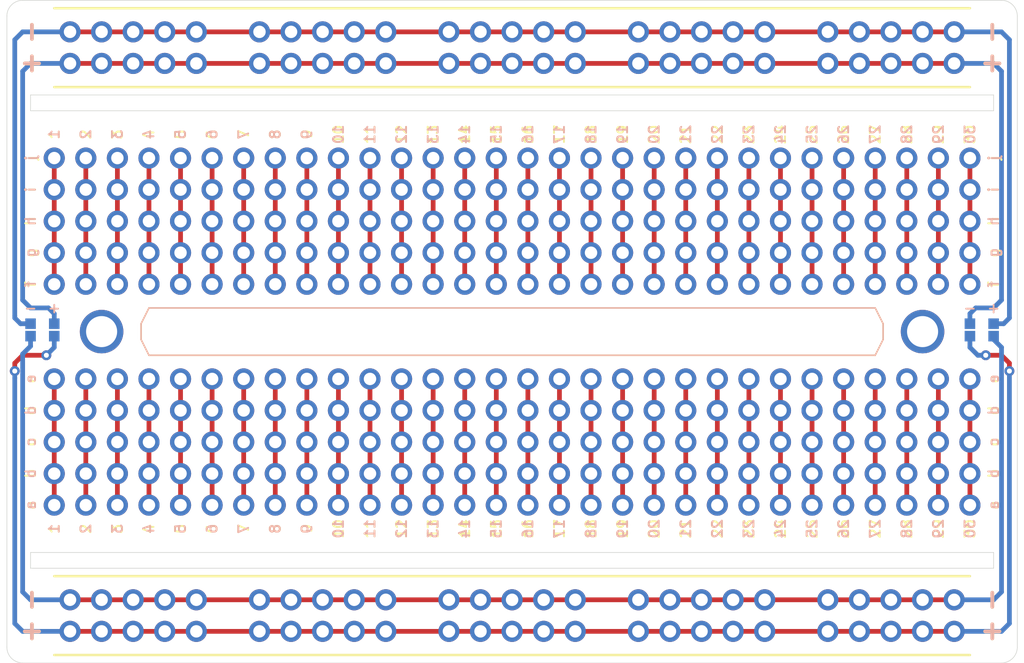
<source format=kicad_pcb>
(kicad_pcb (version 20171130) (host pcbnew "(5.1.5)-3")

  (general
    (thickness 1.6)
    (drawings 216)
    (tracks 393)
    (zones 0)
    (modules 46)
    (nets 1)
  )

  (page A4)
  (layers
    (0 F.Cu signal)
    (31 B.Cu signal)
    (32 B.Adhes user)
    (33 F.Adhes user)
    (34 B.Paste user)
    (35 F.Paste user)
    (36 B.SilkS user)
    (37 F.SilkS user hide)
    (38 B.Mask user)
    (39 F.Mask user)
    (40 Dwgs.User user)
    (41 Cmts.User user)
    (42 Eco1.User user)
    (43 Eco2.User user)
    (44 Edge.Cuts user)
    (45 Margin user)
    (46 B.CrtYd user)
    (47 F.CrtYd user)
    (48 B.Fab user)
    (49 F.Fab user)
  )

  (setup
    (last_trace_width 0.381)
    (trace_clearance 0.2)
    (zone_clearance 0.508)
    (zone_45_only no)
    (trace_min 0.2)
    (via_size 0.8)
    (via_drill 0.4)
    (via_min_size 0.4)
    (via_min_drill 0.3)
    (uvia_size 0.3)
    (uvia_drill 0.1)
    (uvias_allowed no)
    (uvia_min_size 0.2)
    (uvia_min_drill 0.1)
    (edge_width 0.05)
    (segment_width 0.2)
    (pcb_text_width 0.3)
    (pcb_text_size 1.5 1.5)
    (mod_edge_width 0.12)
    (mod_text_size 0.8 0.8)
    (mod_text_width 0.15)
    (pad_size 1.524 1.524)
    (pad_drill 0.762)
    (pad_to_mask_clearance 0.051)
    (solder_mask_min_width 0.25)
    (aux_axis_origin 0 0)
    (visible_elements 7FFFFF7F)
    (pcbplotparams
      (layerselection 0x010fc_ffffffff)
      (usegerberextensions false)
      (usegerberattributes false)
      (usegerberadvancedattributes false)
      (creategerberjobfile false)
      (excludeedgelayer true)
      (linewidth 0.100000)
      (plotframeref false)
      (viasonmask false)
      (mode 1)
      (useauxorigin false)
      (hpglpennumber 1)
      (hpglpenspeed 20)
      (hpglpendiameter 15.000000)
      (psnegative false)
      (psa4output false)
      (plotreference true)
      (plotvalue true)
      (plotinvisibletext false)
      (padsonsilk false)
      (subtractmaskfromsilk false)
      (outputformat 1)
      (mirror false)
      (drillshape 1)
      (scaleselection 1)
      (outputdirectory ""))
  )

  (net 0 "")

  (net_class Default "This is the default net class."
    (clearance 0.2)
    (trace_width 0.381)
    (via_dia 0.8)
    (via_drill 0.4)
    (uvia_dia 0.3)
    (uvia_drill 0.1)
  )

  (module breadboard:bridge (layer B.Cu) (tedit 5F0B6748) (tstamp 5F0BDBA5)
    (at 161.925 94.615 180)
    (descr "Through hole straight pin header, 1x02, 1.00mm pitch, single row")
    (tags "Through hole pin header THT 1x02 1.00mm single row")
    (fp_text reference REF** (at 0 2.54) (layer B.SilkS) hide
      (effects (font (size 1 1) (thickness 0.15)) (justify mirror))
    )
    (fp_text value bridge (at 0 -2.56) (layer B.Fab)
      (effects (font (size 1 1) (thickness 0.15)) (justify mirror))
    )
    (fp_text user %R (at 0 -3.81 180) (layer B.Fab)
      (effects (font (size 0.76 0.76) (thickness 0.114)) (justify mirror))
    )
    (pad 1 smd rect (at 0 0 180) (size 0.85 0.85) (layers B.Cu B.Paste B.Mask))
    (pad 2 smd rect (at 0 -1 180) (size 0.85 0.85) (layers B.Cu B.Paste B.Mask))
    (model ${KISYS3DMOD}/Pin_Headers.3dshapes/Pin_Header_Straight_1x02_Pitch1.00mm.wrl
      (at (xyz 0 0 0))
      (scale (xyz 1 1 1))
      (rotate (xyz 0 0 0))
    )
  )

  (module breadboard:bridge (layer B.Cu) (tedit 5F0B6748) (tstamp 5F0BDB9F)
    (at 160.02 94.615 180)
    (descr "Through hole straight pin header, 1x02, 1.00mm pitch, single row")
    (tags "Through hole pin header THT 1x02 1.00mm single row")
    (fp_text reference REF** (at 0 2.54) (layer B.SilkS) hide
      (effects (font (size 1 1) (thickness 0.15)) (justify mirror))
    )
    (fp_text value bridge (at 0 -2.56) (layer B.Fab)
      (effects (font (size 1 1) (thickness 0.15)) (justify mirror))
    )
    (fp_text user %R (at 0 -3.81 180) (layer B.Fab)
      (effects (font (size 0.76 0.76) (thickness 0.114)) (justify mirror))
    )
    (pad 2 smd rect (at 0 -1 180) (size 0.85 0.85) (layers B.Cu B.Paste B.Mask))
    (pad 1 smd rect (at 0 0 180) (size 0.85 0.85) (layers B.Cu B.Paste B.Mask))
    (model ${KISYS3DMOD}/Pin_Headers.3dshapes/Pin_Header_Straight_1x02_Pitch1.00mm.wrl
      (at (xyz 0 0 0))
      (scale (xyz 1 1 1))
      (rotate (xyz 0 0 0))
    )
  )

  (module breadboard:bridge (layer B.Cu) (tedit 5F0B6748) (tstamp 5F0BA758)
    (at 86.36 94.615 180)
    (descr "Through hole straight pin header, 1x02, 1.00mm pitch, single row")
    (tags "Through hole pin header THT 1x02 1.00mm single row")
    (fp_text reference REF** (at 0 2.54) (layer B.SilkS) hide
      (effects (font (size 1 1) (thickness 0.15)) (justify mirror))
    )
    (fp_text value bridge (at 0 -2.56) (layer B.Fab)
      (effects (font (size 1 1) (thickness 0.15)) (justify mirror))
    )
    (fp_text user %R (at 0 -3.81 180) (layer B.Fab)
      (effects (font (size 0.76 0.76) (thickness 0.114)) (justify mirror))
    )
    (pad 2 smd rect (at 0 -1 180) (size 0.85 0.85) (layers B.Cu B.Paste B.Mask))
    (pad 1 smd rect (at 0 0 180) (size 0.85 0.85) (layers B.Cu B.Paste B.Mask))
    (model ${KISYS3DMOD}/Pin_Headers.3dshapes/Pin_Header_Straight_1x02_Pitch1.00mm.wrl
      (at (xyz 0 0 0))
      (scale (xyz 1 1 1))
      (rotate (xyz 0 0 0))
    )
  )

  (module breadboard:bridge (layer B.Cu) (tedit 5F0B6748) (tstamp 5F0BADB5)
    (at 84.455 94.615 180)
    (descr "Through hole straight pin header, 1x02, 1.00mm pitch, single row")
    (tags "Through hole pin header THT 1x02 1.00mm single row")
    (fp_text reference REF** (at 0 2.54) (layer B.SilkS) hide
      (effects (font (size 1 1) (thickness 0.15)) (justify mirror))
    )
    (fp_text value bridge (at 0 -2.56) (layer B.Fab)
      (effects (font (size 1 1) (thickness 0.15)) (justify mirror))
    )
    (fp_text user %R (at 0 -3.81 180) (layer B.Fab)
      (effects (font (size 0.76 0.76) (thickness 0.114)) (justify mirror))
    )
    (pad 1 smd rect (at 0 0 180) (size 0.85 0.85) (layers B.Cu B.Paste B.Mask))
    (pad 2 smd rect (at 0 -1 180) (size 0.85 0.85) (layers B.Cu B.Paste B.Mask))
    (model ${KISYS3DMOD}/Pin_Headers.3dshapes/Pin_Header_Straight_1x02_Pitch1.00mm.wrl
      (at (xyz 0 0 0))
      (scale (xyz 1 1 1))
      (rotate (xyz 0 0 0))
    )
  )

  (module mounting:M2 (layer F.Cu) (tedit 5E3B6338) (tstamp 5F0BFB55)
    (at 156.21 95.25)
    (descr "module 1 pin (ou trou mecanique de percage)")
    (tags DEV)
    (fp_text reference REF** (at 0 -3.048) (layer F.Fab) hide
      (effects (font (size 1 1) (thickness 0.15)))
    )
    (fp_text value 1pin (at 0 3) (layer F.Fab) hide
      (effects (font (size 1 1) (thickness 0.15)))
    )
    (fp_circle (center 0 0) (end 2.6 0) (layer F.CrtYd) (width 0.05))
    (fp_circle (center 0 0) (end 2 0.8) (layer F.Fab) (width 0.1))
    (pad 1 thru_hole circle (at 0 0) (size 3.5 3.5) (drill 2.5) (layers *.Cu *.Mask))
  )

  (module mounting:M2 (layer F.Cu) (tedit 5E3B6338) (tstamp 5F0B7621)
    (at 90.17 95.25)
    (descr "module 1 pin (ou trou mecanique de percage)")
    (tags DEV)
    (fp_text reference REF** (at 0 -3.048) (layer F.Fab) hide
      (effects (font (size 1 1) (thickness 0.15)))
    )
    (fp_text value 1pin (at 0 3) (layer F.Fab) hide
      (effects (font (size 1 1) (thickness 0.15)))
    )
    (fp_circle (center 0 0) (end 2.6 0) (layer F.CrtYd) (width 0.05))
    (fp_circle (center 0 0) (end 2 0.8) (layer F.Fab) (width 0.1))
    (pad 1 thru_hole circle (at 0 0) (size 3.5 3.5) (drill 2.5) (layers *.Cu *.Mask))
  )

  (module breadboard:power (layer F.Cu) (tedit 5F0B3E69) (tstamp 5F0B4235)
    (at 102.87 119.38)
    (fp_text reference REF** (at -5.08 0) (layer F.SilkS) hide
      (effects (font (size 1 1) (thickness 0.15)))
    )
    (fp_text value power (at -5.08 -2.54) (layer F.Fab) hide
      (effects (font (size 1 1) (thickness 0.15)))
    )
    (pad 2 thru_hole oval (at 10.16 -2.54) (size 1.7 1.7) (drill 1) (layers *.Cu *.Mask))
    (pad 2 thru_hole oval (at 7.62 -2.54) (size 1.7 1.7) (drill 1) (layers *.Cu *.Mask))
    (pad 2 thru_hole oval (at 5.08 -2.54) (size 1.7 1.7) (drill 1) (layers *.Cu *.Mask))
    (pad 2 thru_hole oval (at 2.54 -2.54) (size 1.7 1.7) (drill 1) (layers *.Cu *.Mask))
    (pad 2 thru_hole oval (at 0 -2.54) (size 1.7 1.7) (drill 1) (layers *.Cu *.Mask))
    (pad 1 thru_hole oval (at 0 0) (size 1.7 1.7) (drill 1) (layers *.Cu *.Mask))
    (pad 1 thru_hole oval (at 2.54 0) (size 1.7 1.7) (drill 1) (layers *.Cu *.Mask))
    (pad 1 thru_hole oval (at 5.08 0) (size 1.7 1.7) (drill 1) (layers *.Cu *.Mask))
    (pad 1 thru_hole oval (at 7.62 0) (size 1.7 1.7) (drill 1) (layers *.Cu *.Mask))
    (pad 1 thru_hole oval (at 10.16 0) (size 1.7 1.7) (drill 1) (layers *.Cu *.Mask))
  )

  (module breadboard:power (layer F.Cu) (tedit 5F0B3E69) (tstamp 5F0B4228)
    (at 118.11 119.38)
    (fp_text reference REF** (at -5.08 0) (layer F.SilkS) hide
      (effects (font (size 1 1) (thickness 0.15)))
    )
    (fp_text value power (at -5.08 -2.54) (layer F.Fab) hide
      (effects (font (size 1 1) (thickness 0.15)))
    )
    (pad 2 thru_hole oval (at 10.16 -2.54) (size 1.7 1.7) (drill 1) (layers *.Cu *.Mask))
    (pad 2 thru_hole oval (at 7.62 -2.54) (size 1.7 1.7) (drill 1) (layers *.Cu *.Mask))
    (pad 2 thru_hole oval (at 5.08 -2.54) (size 1.7 1.7) (drill 1) (layers *.Cu *.Mask))
    (pad 2 thru_hole oval (at 2.54 -2.54) (size 1.7 1.7) (drill 1) (layers *.Cu *.Mask))
    (pad 2 thru_hole oval (at 0 -2.54) (size 1.7 1.7) (drill 1) (layers *.Cu *.Mask))
    (pad 1 thru_hole oval (at 0 0) (size 1.7 1.7) (drill 1) (layers *.Cu *.Mask))
    (pad 1 thru_hole oval (at 2.54 0) (size 1.7 1.7) (drill 1) (layers *.Cu *.Mask))
    (pad 1 thru_hole oval (at 5.08 0) (size 1.7 1.7) (drill 1) (layers *.Cu *.Mask))
    (pad 1 thru_hole oval (at 7.62 0) (size 1.7 1.7) (drill 1) (layers *.Cu *.Mask))
    (pad 1 thru_hole oval (at 10.16 0) (size 1.7 1.7) (drill 1) (layers *.Cu *.Mask))
  )

  (module breadboard:power (layer F.Cu) (tedit 5F0B3E69) (tstamp 5F0B421B)
    (at 148.59 119.38)
    (fp_text reference REF** (at -5.08 0) (layer F.SilkS) hide
      (effects (font (size 1 1) (thickness 0.15)))
    )
    (fp_text value power (at -5.08 -2.54) (layer F.Fab) hide
      (effects (font (size 1 1) (thickness 0.15)))
    )
    (pad 2 thru_hole oval (at 10.16 -2.54) (size 1.7 1.7) (drill 1) (layers *.Cu *.Mask))
    (pad 2 thru_hole oval (at 7.62 -2.54) (size 1.7 1.7) (drill 1) (layers *.Cu *.Mask))
    (pad 2 thru_hole oval (at 5.08 -2.54) (size 1.7 1.7) (drill 1) (layers *.Cu *.Mask))
    (pad 2 thru_hole oval (at 2.54 -2.54) (size 1.7 1.7) (drill 1) (layers *.Cu *.Mask))
    (pad 2 thru_hole oval (at 0 -2.54) (size 1.7 1.7) (drill 1) (layers *.Cu *.Mask))
    (pad 1 thru_hole oval (at 0 0) (size 1.7 1.7) (drill 1) (layers *.Cu *.Mask))
    (pad 1 thru_hole oval (at 2.54 0) (size 1.7 1.7) (drill 1) (layers *.Cu *.Mask))
    (pad 1 thru_hole oval (at 5.08 0) (size 1.7 1.7) (drill 1) (layers *.Cu *.Mask))
    (pad 1 thru_hole oval (at 7.62 0) (size 1.7 1.7) (drill 1) (layers *.Cu *.Mask))
    (pad 1 thru_hole oval (at 10.16 0) (size 1.7 1.7) (drill 1) (layers *.Cu *.Mask))
  )

  (module breadboard:power (layer F.Cu) (tedit 5F0B3E69) (tstamp 5F0B420E)
    (at 133.35 119.38)
    (fp_text reference REF** (at -5.08 0) (layer F.SilkS) hide
      (effects (font (size 1 1) (thickness 0.15)))
    )
    (fp_text value power (at -5.08 -2.54) (layer F.Fab) hide
      (effects (font (size 1 1) (thickness 0.15)))
    )
    (pad 2 thru_hole oval (at 10.16 -2.54) (size 1.7 1.7) (drill 1) (layers *.Cu *.Mask))
    (pad 2 thru_hole oval (at 7.62 -2.54) (size 1.7 1.7) (drill 1) (layers *.Cu *.Mask))
    (pad 2 thru_hole oval (at 5.08 -2.54) (size 1.7 1.7) (drill 1) (layers *.Cu *.Mask))
    (pad 2 thru_hole oval (at 2.54 -2.54) (size 1.7 1.7) (drill 1) (layers *.Cu *.Mask))
    (pad 2 thru_hole oval (at 0 -2.54) (size 1.7 1.7) (drill 1) (layers *.Cu *.Mask))
    (pad 1 thru_hole oval (at 0 0) (size 1.7 1.7) (drill 1) (layers *.Cu *.Mask))
    (pad 1 thru_hole oval (at 2.54 0) (size 1.7 1.7) (drill 1) (layers *.Cu *.Mask))
    (pad 1 thru_hole oval (at 5.08 0) (size 1.7 1.7) (drill 1) (layers *.Cu *.Mask))
    (pad 1 thru_hole oval (at 7.62 0) (size 1.7 1.7) (drill 1) (layers *.Cu *.Mask))
    (pad 1 thru_hole oval (at 10.16 0) (size 1.7 1.7) (drill 1) (layers *.Cu *.Mask))
  )

  (module breadboard:power (layer F.Cu) (tedit 5F0B3E69) (tstamp 5F0B41F1)
    (at 87.63 119.38)
    (fp_text reference REF** (at -5.08 0) (layer F.SilkS) hide
      (effects (font (size 1 1) (thickness 0.15)))
    )
    (fp_text value power (at -5.08 -2.54) (layer F.Fab) hide
      (effects (font (size 1 1) (thickness 0.15)))
    )
    (pad 2 thru_hole oval (at 10.16 -2.54) (size 1.7 1.7) (drill 1) (layers *.Cu *.Mask))
    (pad 2 thru_hole oval (at 7.62 -2.54) (size 1.7 1.7) (drill 1) (layers *.Cu *.Mask))
    (pad 2 thru_hole oval (at 5.08 -2.54) (size 1.7 1.7) (drill 1) (layers *.Cu *.Mask))
    (pad 2 thru_hole oval (at 2.54 -2.54) (size 1.7 1.7) (drill 1) (layers *.Cu *.Mask))
    (pad 2 thru_hole oval (at 0 -2.54) (size 1.7 1.7) (drill 1) (layers *.Cu *.Mask))
    (pad 1 thru_hole oval (at 0 0) (size 1.7 1.7) (drill 1) (layers *.Cu *.Mask))
    (pad 1 thru_hole oval (at 2.54 0) (size 1.7 1.7) (drill 1) (layers *.Cu *.Mask))
    (pad 1 thru_hole oval (at 5.08 0) (size 1.7 1.7) (drill 1) (layers *.Cu *.Mask))
    (pad 1 thru_hole oval (at 7.62 0) (size 1.7 1.7) (drill 1) (layers *.Cu *.Mask))
    (pad 1 thru_hole oval (at 10.16 0) (size 1.7 1.7) (drill 1) (layers *.Cu *.Mask))
  )

  (module breadboard:power (layer F.Cu) (tedit 5F0B3E69) (tstamp 5F0B412E)
    (at 148.59 73.66)
    (fp_text reference REF** (at -5.08 0) (layer F.SilkS) hide
      (effects (font (size 1 1) (thickness 0.15)))
    )
    (fp_text value power (at -5.08 -2.54) (layer F.Fab) hide
      (effects (font (size 1 1) (thickness 0.15)))
    )
    (pad 2 thru_hole oval (at 10.16 -2.54) (size 1.7 1.7) (drill 1) (layers *.Cu *.Mask))
    (pad 2 thru_hole oval (at 7.62 -2.54) (size 1.7 1.7) (drill 1) (layers *.Cu *.Mask))
    (pad 2 thru_hole oval (at 5.08 -2.54) (size 1.7 1.7) (drill 1) (layers *.Cu *.Mask))
    (pad 2 thru_hole oval (at 2.54 -2.54) (size 1.7 1.7) (drill 1) (layers *.Cu *.Mask))
    (pad 2 thru_hole oval (at 0 -2.54) (size 1.7 1.7) (drill 1) (layers *.Cu *.Mask))
    (pad 1 thru_hole oval (at 0 0) (size 1.7 1.7) (drill 1) (layers *.Cu *.Mask))
    (pad 1 thru_hole oval (at 2.54 0) (size 1.7 1.7) (drill 1) (layers *.Cu *.Mask))
    (pad 1 thru_hole oval (at 5.08 0) (size 1.7 1.7) (drill 1) (layers *.Cu *.Mask))
    (pad 1 thru_hole oval (at 7.62 0) (size 1.7 1.7) (drill 1) (layers *.Cu *.Mask))
    (pad 1 thru_hole oval (at 10.16 0) (size 1.7 1.7) (drill 1) (layers *.Cu *.Mask))
  )

  (module breadboard:power (layer F.Cu) (tedit 5F0B3E69) (tstamp 5F0B412E)
    (at 133.35 73.66)
    (fp_text reference REF** (at -5.08 0) (layer F.SilkS) hide
      (effects (font (size 1 1) (thickness 0.15)))
    )
    (fp_text value power (at -5.08 -2.54) (layer F.Fab) hide
      (effects (font (size 1 1) (thickness 0.15)))
    )
    (pad 2 thru_hole oval (at 10.16 -2.54) (size 1.7 1.7) (drill 1) (layers *.Cu *.Mask))
    (pad 2 thru_hole oval (at 7.62 -2.54) (size 1.7 1.7) (drill 1) (layers *.Cu *.Mask))
    (pad 2 thru_hole oval (at 5.08 -2.54) (size 1.7 1.7) (drill 1) (layers *.Cu *.Mask))
    (pad 2 thru_hole oval (at 2.54 -2.54) (size 1.7 1.7) (drill 1) (layers *.Cu *.Mask))
    (pad 2 thru_hole oval (at 0 -2.54) (size 1.7 1.7) (drill 1) (layers *.Cu *.Mask))
    (pad 1 thru_hole oval (at 0 0) (size 1.7 1.7) (drill 1) (layers *.Cu *.Mask))
    (pad 1 thru_hole oval (at 2.54 0) (size 1.7 1.7) (drill 1) (layers *.Cu *.Mask))
    (pad 1 thru_hole oval (at 5.08 0) (size 1.7 1.7) (drill 1) (layers *.Cu *.Mask))
    (pad 1 thru_hole oval (at 7.62 0) (size 1.7 1.7) (drill 1) (layers *.Cu *.Mask))
    (pad 1 thru_hole oval (at 10.16 0) (size 1.7 1.7) (drill 1) (layers *.Cu *.Mask))
  )

  (module breadboard:power (layer F.Cu) (tedit 5F0B3E69) (tstamp 5F0B412E)
    (at 118.11 73.66)
    (fp_text reference REF** (at -5.08 0) (layer F.SilkS) hide
      (effects (font (size 1 1) (thickness 0.15)))
    )
    (fp_text value power (at -5.08 -2.54) (layer F.Fab) hide
      (effects (font (size 1 1) (thickness 0.15)))
    )
    (pad 2 thru_hole oval (at 10.16 -2.54) (size 1.7 1.7) (drill 1) (layers *.Cu *.Mask))
    (pad 2 thru_hole oval (at 7.62 -2.54) (size 1.7 1.7) (drill 1) (layers *.Cu *.Mask))
    (pad 2 thru_hole oval (at 5.08 -2.54) (size 1.7 1.7) (drill 1) (layers *.Cu *.Mask))
    (pad 2 thru_hole oval (at 2.54 -2.54) (size 1.7 1.7) (drill 1) (layers *.Cu *.Mask))
    (pad 2 thru_hole oval (at 0 -2.54) (size 1.7 1.7) (drill 1) (layers *.Cu *.Mask))
    (pad 1 thru_hole oval (at 0 0) (size 1.7 1.7) (drill 1) (layers *.Cu *.Mask))
    (pad 1 thru_hole oval (at 2.54 0) (size 1.7 1.7) (drill 1) (layers *.Cu *.Mask))
    (pad 1 thru_hole oval (at 5.08 0) (size 1.7 1.7) (drill 1) (layers *.Cu *.Mask))
    (pad 1 thru_hole oval (at 7.62 0) (size 1.7 1.7) (drill 1) (layers *.Cu *.Mask))
    (pad 1 thru_hole oval (at 10.16 0) (size 1.7 1.7) (drill 1) (layers *.Cu *.Mask))
  )

  (module breadboard:power (layer F.Cu) (tedit 5F0B3E69) (tstamp 5F0B40DB)
    (at 102.87 73.66)
    (fp_text reference REF** (at -5.08 0) (layer F.SilkS) hide
      (effects (font (size 1 1) (thickness 0.15)))
    )
    (fp_text value power (at -5.08 -2.54) (layer F.Fab) hide
      (effects (font (size 1 1) (thickness 0.15)))
    )
    (pad 2 thru_hole oval (at 10.16 -2.54) (size 1.7 1.7) (drill 1) (layers *.Cu *.Mask))
    (pad 2 thru_hole oval (at 7.62 -2.54) (size 1.7 1.7) (drill 1) (layers *.Cu *.Mask))
    (pad 2 thru_hole oval (at 5.08 -2.54) (size 1.7 1.7) (drill 1) (layers *.Cu *.Mask))
    (pad 2 thru_hole oval (at 2.54 -2.54) (size 1.7 1.7) (drill 1) (layers *.Cu *.Mask))
    (pad 2 thru_hole oval (at 0 -2.54) (size 1.7 1.7) (drill 1) (layers *.Cu *.Mask))
    (pad 1 thru_hole oval (at 0 0) (size 1.7 1.7) (drill 1) (layers *.Cu *.Mask))
    (pad 1 thru_hole oval (at 2.54 0) (size 1.7 1.7) (drill 1) (layers *.Cu *.Mask))
    (pad 1 thru_hole oval (at 5.08 0) (size 1.7 1.7) (drill 1) (layers *.Cu *.Mask))
    (pad 1 thru_hole oval (at 7.62 0) (size 1.7 1.7) (drill 1) (layers *.Cu *.Mask))
    (pad 1 thru_hole oval (at 10.16 0) (size 1.7 1.7) (drill 1) (layers *.Cu *.Mask))
  )

  (module breadboard:power (layer F.Cu) (tedit 5F0B3E69) (tstamp 5F0B4085)
    (at 87.63 73.66)
    (fp_text reference REF** (at -5.08 0) (layer F.SilkS) hide
      (effects (font (size 1 1) (thickness 0.15)))
    )
    (fp_text value power (at -5.08 -2.54) (layer F.Fab) hide
      (effects (font (size 1 1) (thickness 0.15)))
    )
    (pad 2 thru_hole oval (at 10.16 -2.54) (size 1.7 1.7) (drill 1) (layers *.Cu *.Mask))
    (pad 2 thru_hole oval (at 7.62 -2.54) (size 1.7 1.7) (drill 1) (layers *.Cu *.Mask))
    (pad 2 thru_hole oval (at 5.08 -2.54) (size 1.7 1.7) (drill 1) (layers *.Cu *.Mask))
    (pad 2 thru_hole oval (at 2.54 -2.54) (size 1.7 1.7) (drill 1) (layers *.Cu *.Mask))
    (pad 2 thru_hole oval (at 0 -2.54) (size 1.7 1.7) (drill 1) (layers *.Cu *.Mask))
    (pad 1 thru_hole oval (at 0 0) (size 1.7 1.7) (drill 1) (layers *.Cu *.Mask))
    (pad 1 thru_hole oval (at 2.54 0) (size 1.7 1.7) (drill 1) (layers *.Cu *.Mask))
    (pad 1 thru_hole oval (at 5.08 0) (size 1.7 1.7) (drill 1) (layers *.Cu *.Mask))
    (pad 1 thru_hole oval (at 7.62 0) (size 1.7 1.7) (drill 1) (layers *.Cu *.Mask))
    (pad 1 thru_hole oval (at 10.16 0) (size 1.7 1.7) (drill 1) (layers *.Cu *.Mask))
  )

  (module breadboard:section (layer F.Cu) (tedit 5F0B3E90) (tstamp 5F0B3D3D)
    (at 154.94 109.22)
    (fp_text reference REF** (at 0 -12.7) (layer F.SilkS) hide
      (effects (font (size 1 1) (thickness 0.15)))
    )
    (fp_text value section (at 0 -15.24) (layer F.Fab) hide
      (effects (font (size 1 1) (thickness 0.15)))
    )
    (pad 2 thru_hole oval (at 0 -27.94) (size 1.7 1.7) (drill 1) (layers *.Cu *.Mask))
    (pad 2 thru_hole oval (at 0 -25.4) (size 1.7 1.7) (drill 1) (layers *.Cu *.Mask))
    (pad 2 thru_hole oval (at 0 -22.86) (size 1.7 1.7) (drill 1) (layers *.Cu *.Mask))
    (pad 2 thru_hole oval (at 0 -20.32) (size 1.7 1.7) (drill 1) (layers *.Cu *.Mask))
    (pad 2 thru_hole oval (at 0 -17.78) (size 1.7 1.7) (drill 1) (layers *.Cu *.Mask))
    (pad 1 thru_hole oval (at 0 -10.16) (size 1.7 1.7) (drill 1) (layers *.Cu *.Mask))
    (pad 1 thru_hole oval (at 0 -7.62) (size 1.7 1.7) (drill 1) (layers *.Cu *.Mask))
    (pad 1 thru_hole oval (at 0 -5.08) (size 1.7 1.7) (drill 1) (layers *.Cu *.Mask))
    (pad 1 thru_hole oval (at 0 -2.54) (size 1.7 1.7) (drill 1) (layers *.Cu *.Mask))
    (pad 1 thru_hole oval (at 0 0) (size 1.7 1.7) (drill 1) (layers *.Cu *.Mask))
  )

  (module breadboard:section (layer F.Cu) (tedit 5F0B3E90) (tstamp 5F0B3D30)
    (at 160.02 109.22)
    (fp_text reference REF** (at 0 -12.7) (layer F.SilkS) hide
      (effects (font (size 1 1) (thickness 0.15)))
    )
    (fp_text value section (at 0 -15.24) (layer F.Fab) hide
      (effects (font (size 1 1) (thickness 0.15)))
    )
    (pad 2 thru_hole oval (at 0 -27.94) (size 1.7 1.7) (drill 1) (layers *.Cu *.Mask))
    (pad 2 thru_hole oval (at 0 -25.4) (size 1.7 1.7) (drill 1) (layers *.Cu *.Mask))
    (pad 2 thru_hole oval (at 0 -22.86) (size 1.7 1.7) (drill 1) (layers *.Cu *.Mask))
    (pad 2 thru_hole oval (at 0 -20.32) (size 1.7 1.7) (drill 1) (layers *.Cu *.Mask))
    (pad 2 thru_hole oval (at 0 -17.78) (size 1.7 1.7) (drill 1) (layers *.Cu *.Mask))
    (pad 1 thru_hole oval (at 0 -10.16) (size 1.7 1.7) (drill 1) (layers *.Cu *.Mask))
    (pad 1 thru_hole oval (at 0 -7.62) (size 1.7 1.7) (drill 1) (layers *.Cu *.Mask))
    (pad 1 thru_hole oval (at 0 -5.08) (size 1.7 1.7) (drill 1) (layers *.Cu *.Mask))
    (pad 1 thru_hole oval (at 0 -2.54) (size 1.7 1.7) (drill 1) (layers *.Cu *.Mask))
    (pad 1 thru_hole oval (at 0 0) (size 1.7 1.7) (drill 1) (layers *.Cu *.Mask))
  )

  (module breadboard:section (layer F.Cu) (tedit 5F0B3E90) (tstamp 5F0BB469)
    (at 157.48 109.22)
    (fp_text reference REF** (at 0 -12.7) (layer F.SilkS) hide
      (effects (font (size 1 1) (thickness 0.15)))
    )
    (fp_text value section (at 0 -15.24) (layer F.Fab) hide
      (effects (font (size 1 1) (thickness 0.15)))
    )
    (pad 2 thru_hole oval (at 0 -27.94) (size 1.7 1.7) (drill 1) (layers *.Cu *.Mask))
    (pad 2 thru_hole oval (at 0 -25.4) (size 1.7 1.7) (drill 1) (layers *.Cu *.Mask))
    (pad 2 thru_hole oval (at 0 -22.86) (size 1.7 1.7) (drill 1) (layers *.Cu *.Mask))
    (pad 2 thru_hole oval (at 0 -20.32) (size 1.7 1.7) (drill 1) (layers *.Cu *.Mask))
    (pad 2 thru_hole oval (at 0 -17.78) (size 1.7 1.7) (drill 1) (layers *.Cu *.Mask))
    (pad 1 thru_hole oval (at 0 -10.16) (size 1.7 1.7) (drill 1) (layers *.Cu *.Mask))
    (pad 1 thru_hole oval (at 0 -7.62) (size 1.7 1.7) (drill 1) (layers *.Cu *.Mask))
    (pad 1 thru_hole oval (at 0 -5.08) (size 1.7 1.7) (drill 1) (layers *.Cu *.Mask))
    (pad 1 thru_hole oval (at 0 -2.54) (size 1.7 1.7) (drill 1) (layers *.Cu *.Mask))
    (pad 1 thru_hole oval (at 0 0) (size 1.7 1.7) (drill 1) (layers *.Cu *.Mask))
  )

  (module breadboard:section (layer F.Cu) (tedit 5F0B3E90) (tstamp 5F0B3D16)
    (at 144.78 109.22)
    (fp_text reference REF** (at 0 -12.7) (layer F.SilkS) hide
      (effects (font (size 1 1) (thickness 0.15)))
    )
    (fp_text value section (at 0 -15.24) (layer F.Fab) hide
      (effects (font (size 1 1) (thickness 0.15)))
    )
    (pad 2 thru_hole oval (at 0 -27.94) (size 1.7 1.7) (drill 1) (layers *.Cu *.Mask))
    (pad 2 thru_hole oval (at 0 -25.4) (size 1.7 1.7) (drill 1) (layers *.Cu *.Mask))
    (pad 2 thru_hole oval (at 0 -22.86) (size 1.7 1.7) (drill 1) (layers *.Cu *.Mask))
    (pad 2 thru_hole oval (at 0 -20.32) (size 1.7 1.7) (drill 1) (layers *.Cu *.Mask))
    (pad 2 thru_hole oval (at 0 -17.78) (size 1.7 1.7) (drill 1) (layers *.Cu *.Mask))
    (pad 1 thru_hole oval (at 0 -10.16) (size 1.7 1.7) (drill 1) (layers *.Cu *.Mask))
    (pad 1 thru_hole oval (at 0 -7.62) (size 1.7 1.7) (drill 1) (layers *.Cu *.Mask))
    (pad 1 thru_hole oval (at 0 -5.08) (size 1.7 1.7) (drill 1) (layers *.Cu *.Mask))
    (pad 1 thru_hole oval (at 0 -2.54) (size 1.7 1.7) (drill 1) (layers *.Cu *.Mask))
    (pad 1 thru_hole oval (at 0 0) (size 1.7 1.7) (drill 1) (layers *.Cu *.Mask))
  )

  (module breadboard:section (layer F.Cu) (tedit 5F0B3E90) (tstamp 5F0B3D09)
    (at 139.7 109.22)
    (fp_text reference REF** (at 0 -12.7) (layer F.SilkS) hide
      (effects (font (size 1 1) (thickness 0.15)))
    )
    (fp_text value section (at 0 -15.24) (layer F.Fab) hide
      (effects (font (size 1 1) (thickness 0.15)))
    )
    (pad 2 thru_hole oval (at 0 -27.94) (size 1.7 1.7) (drill 1) (layers *.Cu *.Mask))
    (pad 2 thru_hole oval (at 0 -25.4) (size 1.7 1.7) (drill 1) (layers *.Cu *.Mask))
    (pad 2 thru_hole oval (at 0 -22.86) (size 1.7 1.7) (drill 1) (layers *.Cu *.Mask))
    (pad 2 thru_hole oval (at 0 -20.32) (size 1.7 1.7) (drill 1) (layers *.Cu *.Mask))
    (pad 2 thru_hole oval (at 0 -17.78) (size 1.7 1.7) (drill 1) (layers *.Cu *.Mask))
    (pad 1 thru_hole oval (at 0 -10.16) (size 1.7 1.7) (drill 1) (layers *.Cu *.Mask))
    (pad 1 thru_hole oval (at 0 -7.62) (size 1.7 1.7) (drill 1) (layers *.Cu *.Mask))
    (pad 1 thru_hole oval (at 0 -5.08) (size 1.7 1.7) (drill 1) (layers *.Cu *.Mask))
    (pad 1 thru_hole oval (at 0 -2.54) (size 1.7 1.7) (drill 1) (layers *.Cu *.Mask))
    (pad 1 thru_hole oval (at 0 0) (size 1.7 1.7) (drill 1) (layers *.Cu *.Mask))
  )

  (module breadboard:section (layer F.Cu) (tedit 5F0B3E90) (tstamp 5F0B3CFC)
    (at 149.86 109.22)
    (fp_text reference REF** (at 0 -12.7) (layer F.SilkS) hide
      (effects (font (size 1 1) (thickness 0.15)))
    )
    (fp_text value section (at 0 -15.24) (layer F.Fab) hide
      (effects (font (size 1 1) (thickness 0.15)))
    )
    (pad 2 thru_hole oval (at 0 -27.94) (size 1.7 1.7) (drill 1) (layers *.Cu *.Mask))
    (pad 2 thru_hole oval (at 0 -25.4) (size 1.7 1.7) (drill 1) (layers *.Cu *.Mask))
    (pad 2 thru_hole oval (at 0 -22.86) (size 1.7 1.7) (drill 1) (layers *.Cu *.Mask))
    (pad 2 thru_hole oval (at 0 -20.32) (size 1.7 1.7) (drill 1) (layers *.Cu *.Mask))
    (pad 2 thru_hole oval (at 0 -17.78) (size 1.7 1.7) (drill 1) (layers *.Cu *.Mask))
    (pad 1 thru_hole oval (at 0 -10.16) (size 1.7 1.7) (drill 1) (layers *.Cu *.Mask))
    (pad 1 thru_hole oval (at 0 -7.62) (size 1.7 1.7) (drill 1) (layers *.Cu *.Mask))
    (pad 1 thru_hole oval (at 0 -5.08) (size 1.7 1.7) (drill 1) (layers *.Cu *.Mask))
    (pad 1 thru_hole oval (at 0 -2.54) (size 1.7 1.7) (drill 1) (layers *.Cu *.Mask))
    (pad 1 thru_hole oval (at 0 0) (size 1.7 1.7) (drill 1) (layers *.Cu *.Mask))
  )

  (module breadboard:section (layer F.Cu) (tedit 5F0B3E90) (tstamp 5F0B3CEF)
    (at 147.32 109.22)
    (fp_text reference REF** (at 0 -12.7) (layer F.SilkS) hide
      (effects (font (size 1 1) (thickness 0.15)))
    )
    (fp_text value section (at 0 -15.24) (layer F.Fab) hide
      (effects (font (size 1 1) (thickness 0.15)))
    )
    (pad 2 thru_hole oval (at 0 -27.94) (size 1.7 1.7) (drill 1) (layers *.Cu *.Mask))
    (pad 2 thru_hole oval (at 0 -25.4) (size 1.7 1.7) (drill 1) (layers *.Cu *.Mask))
    (pad 2 thru_hole oval (at 0 -22.86) (size 1.7 1.7) (drill 1) (layers *.Cu *.Mask))
    (pad 2 thru_hole oval (at 0 -20.32) (size 1.7 1.7) (drill 1) (layers *.Cu *.Mask))
    (pad 2 thru_hole oval (at 0 -17.78) (size 1.7 1.7) (drill 1) (layers *.Cu *.Mask))
    (pad 1 thru_hole oval (at 0 -10.16) (size 1.7 1.7) (drill 1) (layers *.Cu *.Mask))
    (pad 1 thru_hole oval (at 0 -7.62) (size 1.7 1.7) (drill 1) (layers *.Cu *.Mask))
    (pad 1 thru_hole oval (at 0 -5.08) (size 1.7 1.7) (drill 1) (layers *.Cu *.Mask))
    (pad 1 thru_hole oval (at 0 -2.54) (size 1.7 1.7) (drill 1) (layers *.Cu *.Mask))
    (pad 1 thru_hole oval (at 0 0) (size 1.7 1.7) (drill 1) (layers *.Cu *.Mask))
  )

  (module breadboard:section (layer F.Cu) (tedit 5F0B3E90) (tstamp 5F0B3CE2)
    (at 142.24 109.22)
    (fp_text reference REF** (at 0 -12.7) (layer F.SilkS) hide
      (effects (font (size 1 1) (thickness 0.15)))
    )
    (fp_text value section (at 0 -15.24) (layer F.Fab) hide
      (effects (font (size 1 1) (thickness 0.15)))
    )
    (pad 2 thru_hole oval (at 0 -27.94) (size 1.7 1.7) (drill 1) (layers *.Cu *.Mask))
    (pad 2 thru_hole oval (at 0 -25.4) (size 1.7 1.7) (drill 1) (layers *.Cu *.Mask))
    (pad 2 thru_hole oval (at 0 -22.86) (size 1.7 1.7) (drill 1) (layers *.Cu *.Mask))
    (pad 2 thru_hole oval (at 0 -20.32) (size 1.7 1.7) (drill 1) (layers *.Cu *.Mask))
    (pad 2 thru_hole oval (at 0 -17.78) (size 1.7 1.7) (drill 1) (layers *.Cu *.Mask))
    (pad 1 thru_hole oval (at 0 -10.16) (size 1.7 1.7) (drill 1) (layers *.Cu *.Mask))
    (pad 1 thru_hole oval (at 0 -7.62) (size 1.7 1.7) (drill 1) (layers *.Cu *.Mask))
    (pad 1 thru_hole oval (at 0 -5.08) (size 1.7 1.7) (drill 1) (layers *.Cu *.Mask))
    (pad 1 thru_hole oval (at 0 -2.54) (size 1.7 1.7) (drill 1) (layers *.Cu *.Mask))
    (pad 1 thru_hole oval (at 0 0) (size 1.7 1.7) (drill 1) (layers *.Cu *.Mask))
  )

  (module breadboard:section (layer F.Cu) (tedit 5F0B3E90) (tstamp 5F0B3CA1)
    (at 152.4 109.22)
    (fp_text reference REF** (at 0 -12.7) (layer F.SilkS) hide
      (effects (font (size 1 1) (thickness 0.15)))
    )
    (fp_text value section (at 0 -15.24) (layer F.Fab) hide
      (effects (font (size 1 1) (thickness 0.15)))
    )
    (pad 2 thru_hole oval (at 0 -27.94) (size 1.7 1.7) (drill 1) (layers *.Cu *.Mask))
    (pad 2 thru_hole oval (at 0 -25.4) (size 1.7 1.7) (drill 1) (layers *.Cu *.Mask))
    (pad 2 thru_hole oval (at 0 -22.86) (size 1.7 1.7) (drill 1) (layers *.Cu *.Mask))
    (pad 2 thru_hole oval (at 0 -20.32) (size 1.7 1.7) (drill 1) (layers *.Cu *.Mask))
    (pad 2 thru_hole oval (at 0 -17.78) (size 1.7 1.7) (drill 1) (layers *.Cu *.Mask))
    (pad 1 thru_hole oval (at 0 -10.16) (size 1.7 1.7) (drill 1) (layers *.Cu *.Mask))
    (pad 1 thru_hole oval (at 0 -7.62) (size 1.7 1.7) (drill 1) (layers *.Cu *.Mask))
    (pad 1 thru_hole oval (at 0 -5.08) (size 1.7 1.7) (drill 1) (layers *.Cu *.Mask))
    (pad 1 thru_hole oval (at 0 -2.54) (size 1.7 1.7) (drill 1) (layers *.Cu *.Mask))
    (pad 1 thru_hole oval (at 0 0) (size 1.7 1.7) (drill 1) (layers *.Cu *.Mask))
  )

  (module breadboard:section (layer F.Cu) (tedit 5F0B3E90) (tstamp 5F0B3C94)
    (at 137.16 109.22)
    (fp_text reference REF** (at 0 -12.7) (layer F.SilkS) hide
      (effects (font (size 1 1) (thickness 0.15)))
    )
    (fp_text value section (at 0 -15.24) (layer F.Fab) hide
      (effects (font (size 1 1) (thickness 0.15)))
    )
    (pad 2 thru_hole oval (at 0 -27.94) (size 1.7 1.7) (drill 1) (layers *.Cu *.Mask))
    (pad 2 thru_hole oval (at 0 -25.4) (size 1.7 1.7) (drill 1) (layers *.Cu *.Mask))
    (pad 2 thru_hole oval (at 0 -22.86) (size 1.7 1.7) (drill 1) (layers *.Cu *.Mask))
    (pad 2 thru_hole oval (at 0 -20.32) (size 1.7 1.7) (drill 1) (layers *.Cu *.Mask))
    (pad 2 thru_hole oval (at 0 -17.78) (size 1.7 1.7) (drill 1) (layers *.Cu *.Mask))
    (pad 1 thru_hole oval (at 0 -10.16) (size 1.7 1.7) (drill 1) (layers *.Cu *.Mask))
    (pad 1 thru_hole oval (at 0 -7.62) (size 1.7 1.7) (drill 1) (layers *.Cu *.Mask))
    (pad 1 thru_hole oval (at 0 -5.08) (size 1.7 1.7) (drill 1) (layers *.Cu *.Mask))
    (pad 1 thru_hole oval (at 0 -2.54) (size 1.7 1.7) (drill 1) (layers *.Cu *.Mask))
    (pad 1 thru_hole oval (at 0 0) (size 1.7 1.7) (drill 1) (layers *.Cu *.Mask))
  )

  (module breadboard:section (layer F.Cu) (tedit 5F0B3E90) (tstamp 5F0B3D3D)
    (at 129.54 109.22)
    (fp_text reference REF** (at 0 -12.7) (layer F.SilkS) hide
      (effects (font (size 1 1) (thickness 0.15)))
    )
    (fp_text value section (at 0 -15.24) (layer F.Fab) hide
      (effects (font (size 1 1) (thickness 0.15)))
    )
    (pad 2 thru_hole oval (at 0 -27.94) (size 1.7 1.7) (drill 1) (layers *.Cu *.Mask))
    (pad 2 thru_hole oval (at 0 -25.4) (size 1.7 1.7) (drill 1) (layers *.Cu *.Mask))
    (pad 2 thru_hole oval (at 0 -22.86) (size 1.7 1.7) (drill 1) (layers *.Cu *.Mask))
    (pad 2 thru_hole oval (at 0 -20.32) (size 1.7 1.7) (drill 1) (layers *.Cu *.Mask))
    (pad 2 thru_hole oval (at 0 -17.78) (size 1.7 1.7) (drill 1) (layers *.Cu *.Mask))
    (pad 1 thru_hole oval (at 0 -10.16) (size 1.7 1.7) (drill 1) (layers *.Cu *.Mask))
    (pad 1 thru_hole oval (at 0 -7.62) (size 1.7 1.7) (drill 1) (layers *.Cu *.Mask))
    (pad 1 thru_hole oval (at 0 -5.08) (size 1.7 1.7) (drill 1) (layers *.Cu *.Mask))
    (pad 1 thru_hole oval (at 0 -2.54) (size 1.7 1.7) (drill 1) (layers *.Cu *.Mask))
    (pad 1 thru_hole oval (at 0 0) (size 1.7 1.7) (drill 1) (layers *.Cu *.Mask))
  )

  (module breadboard:section (layer F.Cu) (tedit 5F0B3E90) (tstamp 5F0B3D30)
    (at 134.62 109.22)
    (fp_text reference REF** (at 0 -12.7) (layer F.SilkS) hide
      (effects (font (size 1 1) (thickness 0.15)))
    )
    (fp_text value section (at 0 -15.24) (layer F.Fab) hide
      (effects (font (size 1 1) (thickness 0.15)))
    )
    (pad 2 thru_hole oval (at 0 -27.94) (size 1.7 1.7) (drill 1) (layers *.Cu *.Mask))
    (pad 2 thru_hole oval (at 0 -25.4) (size 1.7 1.7) (drill 1) (layers *.Cu *.Mask))
    (pad 2 thru_hole oval (at 0 -22.86) (size 1.7 1.7) (drill 1) (layers *.Cu *.Mask))
    (pad 2 thru_hole oval (at 0 -20.32) (size 1.7 1.7) (drill 1) (layers *.Cu *.Mask))
    (pad 2 thru_hole oval (at 0 -17.78) (size 1.7 1.7) (drill 1) (layers *.Cu *.Mask))
    (pad 1 thru_hole oval (at 0 -10.16) (size 1.7 1.7) (drill 1) (layers *.Cu *.Mask))
    (pad 1 thru_hole oval (at 0 -7.62) (size 1.7 1.7) (drill 1) (layers *.Cu *.Mask))
    (pad 1 thru_hole oval (at 0 -5.08) (size 1.7 1.7) (drill 1) (layers *.Cu *.Mask))
    (pad 1 thru_hole oval (at 0 -2.54) (size 1.7 1.7) (drill 1) (layers *.Cu *.Mask))
    (pad 1 thru_hole oval (at 0 0) (size 1.7 1.7) (drill 1) (layers *.Cu *.Mask))
  )

  (module breadboard:section (layer F.Cu) (tedit 5F0B3E90) (tstamp 5F0B3D23)
    (at 132.08 109.22)
    (fp_text reference REF** (at 0 -12.7) (layer F.SilkS) hide
      (effects (font (size 1 1) (thickness 0.15)))
    )
    (fp_text value section (at 0 -15.24) (layer F.Fab) hide
      (effects (font (size 1 1) (thickness 0.15)))
    )
    (pad 2 thru_hole oval (at 0 -27.94) (size 1.7 1.7) (drill 1) (layers *.Cu *.Mask))
    (pad 2 thru_hole oval (at 0 -25.4) (size 1.7 1.7) (drill 1) (layers *.Cu *.Mask))
    (pad 2 thru_hole oval (at 0 -22.86) (size 1.7 1.7) (drill 1) (layers *.Cu *.Mask))
    (pad 2 thru_hole oval (at 0 -20.32) (size 1.7 1.7) (drill 1) (layers *.Cu *.Mask))
    (pad 2 thru_hole oval (at 0 -17.78) (size 1.7 1.7) (drill 1) (layers *.Cu *.Mask))
    (pad 1 thru_hole oval (at 0 -10.16) (size 1.7 1.7) (drill 1) (layers *.Cu *.Mask))
    (pad 1 thru_hole oval (at 0 -7.62) (size 1.7 1.7) (drill 1) (layers *.Cu *.Mask))
    (pad 1 thru_hole oval (at 0 -5.08) (size 1.7 1.7) (drill 1) (layers *.Cu *.Mask))
    (pad 1 thru_hole oval (at 0 -2.54) (size 1.7 1.7) (drill 1) (layers *.Cu *.Mask))
    (pad 1 thru_hole oval (at 0 0) (size 1.7 1.7) (drill 1) (layers *.Cu *.Mask))
  )

  (module breadboard:section (layer F.Cu) (tedit 5F0B3E90) (tstamp 5F0B3D16)
    (at 119.38 109.22)
    (fp_text reference REF** (at 0 -12.7) (layer F.SilkS) hide
      (effects (font (size 1 1) (thickness 0.15)))
    )
    (fp_text value section (at 0 -15.24) (layer F.Fab) hide
      (effects (font (size 1 1) (thickness 0.15)))
    )
    (pad 2 thru_hole oval (at 0 -27.94) (size 1.7 1.7) (drill 1) (layers *.Cu *.Mask))
    (pad 2 thru_hole oval (at 0 -25.4) (size 1.7 1.7) (drill 1) (layers *.Cu *.Mask))
    (pad 2 thru_hole oval (at 0 -22.86) (size 1.7 1.7) (drill 1) (layers *.Cu *.Mask))
    (pad 2 thru_hole oval (at 0 -20.32) (size 1.7 1.7) (drill 1) (layers *.Cu *.Mask))
    (pad 2 thru_hole oval (at 0 -17.78) (size 1.7 1.7) (drill 1) (layers *.Cu *.Mask))
    (pad 1 thru_hole oval (at 0 -10.16) (size 1.7 1.7) (drill 1) (layers *.Cu *.Mask))
    (pad 1 thru_hole oval (at 0 -7.62) (size 1.7 1.7) (drill 1) (layers *.Cu *.Mask))
    (pad 1 thru_hole oval (at 0 -5.08) (size 1.7 1.7) (drill 1) (layers *.Cu *.Mask))
    (pad 1 thru_hole oval (at 0 -2.54) (size 1.7 1.7) (drill 1) (layers *.Cu *.Mask))
    (pad 1 thru_hole oval (at 0 0) (size 1.7 1.7) (drill 1) (layers *.Cu *.Mask))
  )

  (module breadboard:section (layer F.Cu) (tedit 5F0B3E90) (tstamp 5F0B3D09)
    (at 114.3 109.22)
    (fp_text reference REF** (at 0 -12.7) (layer F.SilkS) hide
      (effects (font (size 1 1) (thickness 0.15)))
    )
    (fp_text value section (at 0 -15.24) (layer F.Fab) hide
      (effects (font (size 1 1) (thickness 0.15)))
    )
    (pad 2 thru_hole oval (at 0 -27.94) (size 1.7 1.7) (drill 1) (layers *.Cu *.Mask))
    (pad 2 thru_hole oval (at 0 -25.4) (size 1.7 1.7) (drill 1) (layers *.Cu *.Mask))
    (pad 2 thru_hole oval (at 0 -22.86) (size 1.7 1.7) (drill 1) (layers *.Cu *.Mask))
    (pad 2 thru_hole oval (at 0 -20.32) (size 1.7 1.7) (drill 1) (layers *.Cu *.Mask))
    (pad 2 thru_hole oval (at 0 -17.78) (size 1.7 1.7) (drill 1) (layers *.Cu *.Mask))
    (pad 1 thru_hole oval (at 0 -10.16) (size 1.7 1.7) (drill 1) (layers *.Cu *.Mask))
    (pad 1 thru_hole oval (at 0 -7.62) (size 1.7 1.7) (drill 1) (layers *.Cu *.Mask))
    (pad 1 thru_hole oval (at 0 -5.08) (size 1.7 1.7) (drill 1) (layers *.Cu *.Mask))
    (pad 1 thru_hole oval (at 0 -2.54) (size 1.7 1.7) (drill 1) (layers *.Cu *.Mask))
    (pad 1 thru_hole oval (at 0 0) (size 1.7 1.7) (drill 1) (layers *.Cu *.Mask))
  )

  (module breadboard:section (layer F.Cu) (tedit 5F0B3E90) (tstamp 5F0B3CFC)
    (at 124.46 109.22)
    (fp_text reference REF** (at 0 -12.7) (layer F.SilkS) hide
      (effects (font (size 1 1) (thickness 0.15)))
    )
    (fp_text value section (at 0 -15.24) (layer F.Fab) hide
      (effects (font (size 1 1) (thickness 0.15)))
    )
    (pad 2 thru_hole oval (at 0 -27.94) (size 1.7 1.7) (drill 1) (layers *.Cu *.Mask))
    (pad 2 thru_hole oval (at 0 -25.4) (size 1.7 1.7) (drill 1) (layers *.Cu *.Mask))
    (pad 2 thru_hole oval (at 0 -22.86) (size 1.7 1.7) (drill 1) (layers *.Cu *.Mask))
    (pad 2 thru_hole oval (at 0 -20.32) (size 1.7 1.7) (drill 1) (layers *.Cu *.Mask))
    (pad 2 thru_hole oval (at 0 -17.78) (size 1.7 1.7) (drill 1) (layers *.Cu *.Mask))
    (pad 1 thru_hole oval (at 0 -10.16) (size 1.7 1.7) (drill 1) (layers *.Cu *.Mask))
    (pad 1 thru_hole oval (at 0 -7.62) (size 1.7 1.7) (drill 1) (layers *.Cu *.Mask))
    (pad 1 thru_hole oval (at 0 -5.08) (size 1.7 1.7) (drill 1) (layers *.Cu *.Mask))
    (pad 1 thru_hole oval (at 0 -2.54) (size 1.7 1.7) (drill 1) (layers *.Cu *.Mask))
    (pad 1 thru_hole oval (at 0 0) (size 1.7 1.7) (drill 1) (layers *.Cu *.Mask))
  )

  (module breadboard:section (layer F.Cu) (tedit 5F0B3E90) (tstamp 5F0B3CEF)
    (at 121.92 109.22)
    (fp_text reference REF** (at 0 -12.7) (layer F.SilkS) hide
      (effects (font (size 1 1) (thickness 0.15)))
    )
    (fp_text value section (at 0 -15.24) (layer F.Fab) hide
      (effects (font (size 1 1) (thickness 0.15)))
    )
    (pad 2 thru_hole oval (at 0 -27.94) (size 1.7 1.7) (drill 1) (layers *.Cu *.Mask))
    (pad 2 thru_hole oval (at 0 -25.4) (size 1.7 1.7) (drill 1) (layers *.Cu *.Mask))
    (pad 2 thru_hole oval (at 0 -22.86) (size 1.7 1.7) (drill 1) (layers *.Cu *.Mask))
    (pad 2 thru_hole oval (at 0 -20.32) (size 1.7 1.7) (drill 1) (layers *.Cu *.Mask))
    (pad 2 thru_hole oval (at 0 -17.78) (size 1.7 1.7) (drill 1) (layers *.Cu *.Mask))
    (pad 1 thru_hole oval (at 0 -10.16) (size 1.7 1.7) (drill 1) (layers *.Cu *.Mask))
    (pad 1 thru_hole oval (at 0 -7.62) (size 1.7 1.7) (drill 1) (layers *.Cu *.Mask))
    (pad 1 thru_hole oval (at 0 -5.08) (size 1.7 1.7) (drill 1) (layers *.Cu *.Mask))
    (pad 1 thru_hole oval (at 0 -2.54) (size 1.7 1.7) (drill 1) (layers *.Cu *.Mask))
    (pad 1 thru_hole oval (at 0 0) (size 1.7 1.7) (drill 1) (layers *.Cu *.Mask))
  )

  (module breadboard:section (layer F.Cu) (tedit 5F0B3E90) (tstamp 5F0B3CE2)
    (at 116.84 109.22)
    (fp_text reference REF** (at 0 -12.7) (layer F.SilkS) hide
      (effects (font (size 1 1) (thickness 0.15)))
    )
    (fp_text value section (at 0 -15.24) (layer F.Fab) hide
      (effects (font (size 1 1) (thickness 0.15)))
    )
    (pad 2 thru_hole oval (at 0 -27.94) (size 1.7 1.7) (drill 1) (layers *.Cu *.Mask))
    (pad 2 thru_hole oval (at 0 -25.4) (size 1.7 1.7) (drill 1) (layers *.Cu *.Mask))
    (pad 2 thru_hole oval (at 0 -22.86) (size 1.7 1.7) (drill 1) (layers *.Cu *.Mask))
    (pad 2 thru_hole oval (at 0 -20.32) (size 1.7 1.7) (drill 1) (layers *.Cu *.Mask))
    (pad 2 thru_hole oval (at 0 -17.78) (size 1.7 1.7) (drill 1) (layers *.Cu *.Mask))
    (pad 1 thru_hole oval (at 0 -10.16) (size 1.7 1.7) (drill 1) (layers *.Cu *.Mask))
    (pad 1 thru_hole oval (at 0 -7.62) (size 1.7 1.7) (drill 1) (layers *.Cu *.Mask))
    (pad 1 thru_hole oval (at 0 -5.08) (size 1.7 1.7) (drill 1) (layers *.Cu *.Mask))
    (pad 1 thru_hole oval (at 0 -2.54) (size 1.7 1.7) (drill 1) (layers *.Cu *.Mask))
    (pad 1 thru_hole oval (at 0 0) (size 1.7 1.7) (drill 1) (layers *.Cu *.Mask))
  )

  (module breadboard:section (layer F.Cu) (tedit 5F0B3E90) (tstamp 5F0B3CA1)
    (at 127 109.22)
    (fp_text reference REF** (at 0 -12.7) (layer F.SilkS) hide
      (effects (font (size 1 1) (thickness 0.15)))
    )
    (fp_text value section (at 0 -15.24) (layer F.Fab) hide
      (effects (font (size 1 1) (thickness 0.15)))
    )
    (pad 2 thru_hole oval (at 0 -27.94) (size 1.7 1.7) (drill 1) (layers *.Cu *.Mask))
    (pad 2 thru_hole oval (at 0 -25.4) (size 1.7 1.7) (drill 1) (layers *.Cu *.Mask))
    (pad 2 thru_hole oval (at 0 -22.86) (size 1.7 1.7) (drill 1) (layers *.Cu *.Mask))
    (pad 2 thru_hole oval (at 0 -20.32) (size 1.7 1.7) (drill 1) (layers *.Cu *.Mask))
    (pad 2 thru_hole oval (at 0 -17.78) (size 1.7 1.7) (drill 1) (layers *.Cu *.Mask))
    (pad 1 thru_hole oval (at 0 -10.16) (size 1.7 1.7) (drill 1) (layers *.Cu *.Mask))
    (pad 1 thru_hole oval (at 0 -7.62) (size 1.7 1.7) (drill 1) (layers *.Cu *.Mask))
    (pad 1 thru_hole oval (at 0 -5.08) (size 1.7 1.7) (drill 1) (layers *.Cu *.Mask))
    (pad 1 thru_hole oval (at 0 -2.54) (size 1.7 1.7) (drill 1) (layers *.Cu *.Mask))
    (pad 1 thru_hole oval (at 0 0) (size 1.7 1.7) (drill 1) (layers *.Cu *.Mask))
  )

  (module breadboard:section (layer F.Cu) (tedit 5F0B3E90) (tstamp 5F0B3C94)
    (at 111.76 109.22)
    (fp_text reference REF** (at 0 -12.7) (layer F.SilkS) hide
      (effects (font (size 1 1) (thickness 0.15)))
    )
    (fp_text value section (at 0 -15.24) (layer F.Fab) hide
      (effects (font (size 1 1) (thickness 0.15)))
    )
    (pad 2 thru_hole oval (at 0 -27.94) (size 1.7 1.7) (drill 1) (layers *.Cu *.Mask))
    (pad 2 thru_hole oval (at 0 -25.4) (size 1.7 1.7) (drill 1) (layers *.Cu *.Mask))
    (pad 2 thru_hole oval (at 0 -22.86) (size 1.7 1.7) (drill 1) (layers *.Cu *.Mask))
    (pad 2 thru_hole oval (at 0 -20.32) (size 1.7 1.7) (drill 1) (layers *.Cu *.Mask))
    (pad 2 thru_hole oval (at 0 -17.78) (size 1.7 1.7) (drill 1) (layers *.Cu *.Mask))
    (pad 1 thru_hole oval (at 0 -10.16) (size 1.7 1.7) (drill 1) (layers *.Cu *.Mask))
    (pad 1 thru_hole oval (at 0 -7.62) (size 1.7 1.7) (drill 1) (layers *.Cu *.Mask))
    (pad 1 thru_hole oval (at 0 -5.08) (size 1.7 1.7) (drill 1) (layers *.Cu *.Mask))
    (pad 1 thru_hole oval (at 0 -2.54) (size 1.7 1.7) (drill 1) (layers *.Cu *.Mask))
    (pad 1 thru_hole oval (at 0 0) (size 1.7 1.7) (drill 1) (layers *.Cu *.Mask))
  )

  (module breadboard:section (layer F.Cu) (tedit 5F0B3E90) (tstamp 5F0B3B64)
    (at 109.22 109.22)
    (fp_text reference REF** (at 0 -12.7) (layer F.SilkS) hide
      (effects (font (size 1 1) (thickness 0.15)))
    )
    (fp_text value section (at 0 -15.24) (layer F.Fab) hide
      (effects (font (size 1 1) (thickness 0.15)))
    )
    (pad 2 thru_hole oval (at 0 -27.94) (size 1.7 1.7) (drill 1) (layers *.Cu *.Mask))
    (pad 2 thru_hole oval (at 0 -25.4) (size 1.7 1.7) (drill 1) (layers *.Cu *.Mask))
    (pad 2 thru_hole oval (at 0 -22.86) (size 1.7 1.7) (drill 1) (layers *.Cu *.Mask))
    (pad 2 thru_hole oval (at 0 -20.32) (size 1.7 1.7) (drill 1) (layers *.Cu *.Mask))
    (pad 2 thru_hole oval (at 0 -17.78) (size 1.7 1.7) (drill 1) (layers *.Cu *.Mask))
    (pad 1 thru_hole oval (at 0 -10.16) (size 1.7 1.7) (drill 1) (layers *.Cu *.Mask))
    (pad 1 thru_hole oval (at 0 -7.62) (size 1.7 1.7) (drill 1) (layers *.Cu *.Mask))
    (pad 1 thru_hole oval (at 0 -5.08) (size 1.7 1.7) (drill 1) (layers *.Cu *.Mask))
    (pad 1 thru_hole oval (at 0 -2.54) (size 1.7 1.7) (drill 1) (layers *.Cu *.Mask))
    (pad 1 thru_hole oval (at 0 0) (size 1.7 1.7) (drill 1) (layers *.Cu *.Mask))
  )

  (module breadboard:section (layer F.Cu) (tedit 5F0B3E90) (tstamp 5F0B3B64)
    (at 106.68 109.22)
    (fp_text reference REF** (at 0 -12.7) (layer F.SilkS) hide
      (effects (font (size 1 1) (thickness 0.15)))
    )
    (fp_text value section (at 0 -15.24) (layer F.Fab) hide
      (effects (font (size 1 1) (thickness 0.15)))
    )
    (pad 2 thru_hole oval (at 0 -27.94) (size 1.7 1.7) (drill 1) (layers *.Cu *.Mask))
    (pad 2 thru_hole oval (at 0 -25.4) (size 1.7 1.7) (drill 1) (layers *.Cu *.Mask))
    (pad 2 thru_hole oval (at 0 -22.86) (size 1.7 1.7) (drill 1) (layers *.Cu *.Mask))
    (pad 2 thru_hole oval (at 0 -20.32) (size 1.7 1.7) (drill 1) (layers *.Cu *.Mask))
    (pad 2 thru_hole oval (at 0 -17.78) (size 1.7 1.7) (drill 1) (layers *.Cu *.Mask))
    (pad 1 thru_hole oval (at 0 -10.16) (size 1.7 1.7) (drill 1) (layers *.Cu *.Mask))
    (pad 1 thru_hole oval (at 0 -7.62) (size 1.7 1.7) (drill 1) (layers *.Cu *.Mask))
    (pad 1 thru_hole oval (at 0 -5.08) (size 1.7 1.7) (drill 1) (layers *.Cu *.Mask))
    (pad 1 thru_hole oval (at 0 -2.54) (size 1.7 1.7) (drill 1) (layers *.Cu *.Mask))
    (pad 1 thru_hole oval (at 0 0) (size 1.7 1.7) (drill 1) (layers *.Cu *.Mask))
  )

  (module breadboard:section (layer F.Cu) (tedit 5F0B3E90) (tstamp 5F0B3B64)
    (at 104.14 109.22)
    (fp_text reference REF** (at 0 -12.7) (layer F.SilkS) hide
      (effects (font (size 1 1) (thickness 0.15)))
    )
    (fp_text value section (at 0 -15.24) (layer F.Fab) hide
      (effects (font (size 1 1) (thickness 0.15)))
    )
    (pad 2 thru_hole oval (at 0 -27.94) (size 1.7 1.7) (drill 1) (layers *.Cu *.Mask))
    (pad 2 thru_hole oval (at 0 -25.4) (size 1.7 1.7) (drill 1) (layers *.Cu *.Mask))
    (pad 2 thru_hole oval (at 0 -22.86) (size 1.7 1.7) (drill 1) (layers *.Cu *.Mask))
    (pad 2 thru_hole oval (at 0 -20.32) (size 1.7 1.7) (drill 1) (layers *.Cu *.Mask))
    (pad 2 thru_hole oval (at 0 -17.78) (size 1.7 1.7) (drill 1) (layers *.Cu *.Mask))
    (pad 1 thru_hole oval (at 0 -10.16) (size 1.7 1.7) (drill 1) (layers *.Cu *.Mask))
    (pad 1 thru_hole oval (at 0 -7.62) (size 1.7 1.7) (drill 1) (layers *.Cu *.Mask))
    (pad 1 thru_hole oval (at 0 -5.08) (size 1.7 1.7) (drill 1) (layers *.Cu *.Mask))
    (pad 1 thru_hole oval (at 0 -2.54) (size 1.7 1.7) (drill 1) (layers *.Cu *.Mask))
    (pad 1 thru_hole oval (at 0 0) (size 1.7 1.7) (drill 1) (layers *.Cu *.Mask))
  )

  (module breadboard:section (layer F.Cu) (tedit 5F0B3E90) (tstamp 5F0B3B64)
    (at 101.6 109.22)
    (fp_text reference REF** (at 0 -12.7) (layer F.SilkS) hide
      (effects (font (size 1 1) (thickness 0.15)))
    )
    (fp_text value section (at 0 -15.24) (layer F.Fab) hide
      (effects (font (size 1 1) (thickness 0.15)))
    )
    (pad 2 thru_hole oval (at 0 -27.94) (size 1.7 1.7) (drill 1) (layers *.Cu *.Mask))
    (pad 2 thru_hole oval (at 0 -25.4) (size 1.7 1.7) (drill 1) (layers *.Cu *.Mask))
    (pad 2 thru_hole oval (at 0 -22.86) (size 1.7 1.7) (drill 1) (layers *.Cu *.Mask))
    (pad 2 thru_hole oval (at 0 -20.32) (size 1.7 1.7) (drill 1) (layers *.Cu *.Mask))
    (pad 2 thru_hole oval (at 0 -17.78) (size 1.7 1.7) (drill 1) (layers *.Cu *.Mask))
    (pad 1 thru_hole oval (at 0 -10.16) (size 1.7 1.7) (drill 1) (layers *.Cu *.Mask))
    (pad 1 thru_hole oval (at 0 -7.62) (size 1.7 1.7) (drill 1) (layers *.Cu *.Mask))
    (pad 1 thru_hole oval (at 0 -5.08) (size 1.7 1.7) (drill 1) (layers *.Cu *.Mask))
    (pad 1 thru_hole oval (at 0 -2.54) (size 1.7 1.7) (drill 1) (layers *.Cu *.Mask))
    (pad 1 thru_hole oval (at 0 0) (size 1.7 1.7) (drill 1) (layers *.Cu *.Mask))
  )

  (module breadboard:section (layer F.Cu) (tedit 5F0B3E90) (tstamp 5F0B3B64)
    (at 99.06 109.22)
    (fp_text reference REF** (at 0 -12.7) (layer F.SilkS) hide
      (effects (font (size 1 1) (thickness 0.15)))
    )
    (fp_text value section (at 0 -15.24) (layer F.Fab) hide
      (effects (font (size 1 1) (thickness 0.15)))
    )
    (pad 2 thru_hole oval (at 0 -27.94) (size 1.7 1.7) (drill 1) (layers *.Cu *.Mask))
    (pad 2 thru_hole oval (at 0 -25.4) (size 1.7 1.7) (drill 1) (layers *.Cu *.Mask))
    (pad 2 thru_hole oval (at 0 -22.86) (size 1.7 1.7) (drill 1) (layers *.Cu *.Mask))
    (pad 2 thru_hole oval (at 0 -20.32) (size 1.7 1.7) (drill 1) (layers *.Cu *.Mask))
    (pad 2 thru_hole oval (at 0 -17.78) (size 1.7 1.7) (drill 1) (layers *.Cu *.Mask))
    (pad 1 thru_hole oval (at 0 -10.16) (size 1.7 1.7) (drill 1) (layers *.Cu *.Mask))
    (pad 1 thru_hole oval (at 0 -7.62) (size 1.7 1.7) (drill 1) (layers *.Cu *.Mask))
    (pad 1 thru_hole oval (at 0 -5.08) (size 1.7 1.7) (drill 1) (layers *.Cu *.Mask))
    (pad 1 thru_hole oval (at 0 -2.54) (size 1.7 1.7) (drill 1) (layers *.Cu *.Mask))
    (pad 1 thru_hole oval (at 0 0) (size 1.7 1.7) (drill 1) (layers *.Cu *.Mask))
  )

  (module breadboard:section (layer F.Cu) (tedit 5F0B3E90) (tstamp 5F0B3B64)
    (at 96.52 109.22)
    (fp_text reference REF** (at 0 -12.7) (layer F.SilkS) hide
      (effects (font (size 1 1) (thickness 0.15)))
    )
    (fp_text value section (at 0 -15.24) (layer F.Fab) hide
      (effects (font (size 1 1) (thickness 0.15)))
    )
    (pad 2 thru_hole oval (at 0 -27.94) (size 1.7 1.7) (drill 1) (layers *.Cu *.Mask))
    (pad 2 thru_hole oval (at 0 -25.4) (size 1.7 1.7) (drill 1) (layers *.Cu *.Mask))
    (pad 2 thru_hole oval (at 0 -22.86) (size 1.7 1.7) (drill 1) (layers *.Cu *.Mask))
    (pad 2 thru_hole oval (at 0 -20.32) (size 1.7 1.7) (drill 1) (layers *.Cu *.Mask))
    (pad 2 thru_hole oval (at 0 -17.78) (size 1.7 1.7) (drill 1) (layers *.Cu *.Mask))
    (pad 1 thru_hole oval (at 0 -10.16) (size 1.7 1.7) (drill 1) (layers *.Cu *.Mask))
    (pad 1 thru_hole oval (at 0 -7.62) (size 1.7 1.7) (drill 1) (layers *.Cu *.Mask))
    (pad 1 thru_hole oval (at 0 -5.08) (size 1.7 1.7) (drill 1) (layers *.Cu *.Mask))
    (pad 1 thru_hole oval (at 0 -2.54) (size 1.7 1.7) (drill 1) (layers *.Cu *.Mask))
    (pad 1 thru_hole oval (at 0 0) (size 1.7 1.7) (drill 1) (layers *.Cu *.Mask))
  )

  (module breadboard:section (layer F.Cu) (tedit 5F0B3E90) (tstamp 5F0B3B64)
    (at 93.98 109.22)
    (fp_text reference REF** (at 0 -12.7) (layer F.SilkS) hide
      (effects (font (size 1 1) (thickness 0.15)))
    )
    (fp_text value section (at 0 -15.24) (layer F.Fab) hide
      (effects (font (size 1 1) (thickness 0.15)))
    )
    (pad 2 thru_hole oval (at 0 -27.94) (size 1.7 1.7) (drill 1) (layers *.Cu *.Mask))
    (pad 2 thru_hole oval (at 0 -25.4) (size 1.7 1.7) (drill 1) (layers *.Cu *.Mask))
    (pad 2 thru_hole oval (at 0 -22.86) (size 1.7 1.7) (drill 1) (layers *.Cu *.Mask))
    (pad 2 thru_hole oval (at 0 -20.32) (size 1.7 1.7) (drill 1) (layers *.Cu *.Mask))
    (pad 2 thru_hole oval (at 0 -17.78) (size 1.7 1.7) (drill 1) (layers *.Cu *.Mask))
    (pad 1 thru_hole oval (at 0 -10.16) (size 1.7 1.7) (drill 1) (layers *.Cu *.Mask))
    (pad 1 thru_hole oval (at 0 -7.62) (size 1.7 1.7) (drill 1) (layers *.Cu *.Mask))
    (pad 1 thru_hole oval (at 0 -5.08) (size 1.7 1.7) (drill 1) (layers *.Cu *.Mask))
    (pad 1 thru_hole oval (at 0 -2.54) (size 1.7 1.7) (drill 1) (layers *.Cu *.Mask))
    (pad 1 thru_hole oval (at 0 0) (size 1.7 1.7) (drill 1) (layers *.Cu *.Mask))
  )

  (module breadboard:section (layer F.Cu) (tedit 5F0B3E90) (tstamp 5F0B3B64)
    (at 91.44 109.22)
    (fp_text reference REF** (at 0 -12.7) (layer F.SilkS) hide
      (effects (font (size 1 1) (thickness 0.15)))
    )
    (fp_text value section (at 0 -15.24) (layer F.Fab) hide
      (effects (font (size 1 1) (thickness 0.15)))
    )
    (pad 2 thru_hole oval (at 0 -27.94) (size 1.7 1.7) (drill 1) (layers *.Cu *.Mask))
    (pad 2 thru_hole oval (at 0 -25.4) (size 1.7 1.7) (drill 1) (layers *.Cu *.Mask))
    (pad 2 thru_hole oval (at 0 -22.86) (size 1.7 1.7) (drill 1) (layers *.Cu *.Mask))
    (pad 2 thru_hole oval (at 0 -20.32) (size 1.7 1.7) (drill 1) (layers *.Cu *.Mask))
    (pad 2 thru_hole oval (at 0 -17.78) (size 1.7 1.7) (drill 1) (layers *.Cu *.Mask))
    (pad 1 thru_hole oval (at 0 -10.16) (size 1.7 1.7) (drill 1) (layers *.Cu *.Mask))
    (pad 1 thru_hole oval (at 0 -7.62) (size 1.7 1.7) (drill 1) (layers *.Cu *.Mask))
    (pad 1 thru_hole oval (at 0 -5.08) (size 1.7 1.7) (drill 1) (layers *.Cu *.Mask))
    (pad 1 thru_hole oval (at 0 -2.54) (size 1.7 1.7) (drill 1) (layers *.Cu *.Mask))
    (pad 1 thru_hole oval (at 0 0) (size 1.7 1.7) (drill 1) (layers *.Cu *.Mask))
  )

  (module breadboard:section (layer F.Cu) (tedit 5F0B3E90) (tstamp 5F0B3B64)
    (at 88.9 109.22)
    (fp_text reference REF** (at 0 -12.7) (layer F.SilkS) hide
      (effects (font (size 1 1) (thickness 0.15)))
    )
    (fp_text value section (at 0 -15.24) (layer F.Fab) hide
      (effects (font (size 1 1) (thickness 0.15)))
    )
    (pad 2 thru_hole oval (at 0 -27.94) (size 1.7 1.7) (drill 1) (layers *.Cu *.Mask))
    (pad 2 thru_hole oval (at 0 -25.4) (size 1.7 1.7) (drill 1) (layers *.Cu *.Mask))
    (pad 2 thru_hole oval (at 0 -22.86) (size 1.7 1.7) (drill 1) (layers *.Cu *.Mask))
    (pad 2 thru_hole oval (at 0 -20.32) (size 1.7 1.7) (drill 1) (layers *.Cu *.Mask))
    (pad 2 thru_hole oval (at 0 -17.78) (size 1.7 1.7) (drill 1) (layers *.Cu *.Mask))
    (pad 1 thru_hole oval (at 0 -10.16) (size 1.7 1.7) (drill 1) (layers *.Cu *.Mask))
    (pad 1 thru_hole oval (at 0 -7.62) (size 1.7 1.7) (drill 1) (layers *.Cu *.Mask))
    (pad 1 thru_hole oval (at 0 -5.08) (size 1.7 1.7) (drill 1) (layers *.Cu *.Mask))
    (pad 1 thru_hole oval (at 0 -2.54) (size 1.7 1.7) (drill 1) (layers *.Cu *.Mask))
    (pad 1 thru_hole oval (at 0 0) (size 1.7 1.7) (drill 1) (layers *.Cu *.Mask))
  )

  (module breadboard:section (layer F.Cu) (tedit 5F0B3E90) (tstamp 5F0B3AA5)
    (at 86.36 109.22)
    (fp_text reference REF** (at 0 -12.7) (layer F.SilkS) hide
      (effects (font (size 1 1) (thickness 0.15)))
    )
    (fp_text value section (at 0 -15.24) (layer F.Fab) hide
      (effects (font (size 1 1) (thickness 0.15)))
    )
    (pad 2 thru_hole oval (at 0 -27.94) (size 1.7 1.7) (drill 1) (layers *.Cu *.Mask))
    (pad 2 thru_hole oval (at 0 -25.4) (size 1.7 1.7) (drill 1) (layers *.Cu *.Mask))
    (pad 2 thru_hole oval (at 0 -22.86) (size 1.7 1.7) (drill 1) (layers *.Cu *.Mask))
    (pad 2 thru_hole oval (at 0 -20.32) (size 1.7 1.7) (drill 1) (layers *.Cu *.Mask))
    (pad 2 thru_hole oval (at 0 -17.78) (size 1.7 1.7) (drill 1) (layers *.Cu *.Mask))
    (pad 1 thru_hole oval (at 0 -10.16) (size 1.7 1.7) (drill 1) (layers *.Cu *.Mask))
    (pad 1 thru_hole oval (at 0 -7.62) (size 1.7 1.7) (drill 1) (layers *.Cu *.Mask))
    (pad 1 thru_hole oval (at 0 -5.08) (size 1.7 1.7) (drill 1) (layers *.Cu *.Mask))
    (pad 1 thru_hole oval (at 0 -2.54) (size 1.7 1.7) (drill 1) (layers *.Cu *.Mask))
    (pad 1 thru_hole oval (at 0 0) (size 1.7 1.7) (drill 1) (layers *.Cu *.Mask))
  )

  (gr_text 26 (at 149.86 79.375 90) (layer B.SilkS) (tstamp 5F0C7ACF)
    (effects (font (size 0.8 0.8) (thickness 0.15)) (justify mirror))
  )
  (gr_text 27 (at 152.4 79.375 90) (layer B.SilkS) (tstamp 5F0C7ACE)
    (effects (font (size 0.8 0.8) (thickness 0.15)) (justify mirror))
  )
  (gr_text 29 (at 157.48 79.375 90) (layer B.SilkS) (tstamp 5F0C7ACD)
    (effects (font (size 0.8 0.8) (thickness 0.15)) (justify mirror))
  )
  (gr_text 28 (at 154.94 79.375 90) (layer B.SilkS) (tstamp 5F0C7ACC)
    (effects (font (size 0.8 0.8) (thickness 0.15)) (justify mirror))
  )
  (gr_text 22 (at 139.7 79.375 90) (layer B.SilkS) (tstamp 5F0C7AC3)
    (effects (font (size 0.8 0.8) (thickness 0.15)) (justify mirror))
  )
  (gr_text 24 (at 144.78 79.375 90) (layer B.SilkS) (tstamp 5F0C7AC2)
    (effects (font (size 0.8 0.8) (thickness 0.15)) (justify mirror))
  )
  (gr_text 21 (at 137.16 79.375 90) (layer B.SilkS) (tstamp 5F0C7AC1)
    (effects (font (size 0.8 0.8) (thickness 0.15)) (justify mirror))
  )
  (gr_text 23 (at 142.24 79.375 90) (layer B.SilkS) (tstamp 5F0C7AC0)
    (effects (font (size 0.8 0.8) (thickness 0.15)) (justify mirror))
  )
  (gr_text 18 (at 129.54 79.375 90) (layer B.SilkS) (tstamp 5F0C7AB7)
    (effects (font (size 0.8 0.8) (thickness 0.15)) (justify mirror))
  )
  (gr_text 17 (at 127 79.375 90) (layer B.SilkS) (tstamp 5F0C7AB6)
    (effects (font (size 0.8 0.8) (thickness 0.15)) (justify mirror))
  )
  (gr_text 19 (at 132.08 79.375 90) (layer B.SilkS) (tstamp 5F0C7AB5)
    (effects (font (size 0.8 0.8) (thickness 0.15)) (justify mirror))
  )
  (gr_text 16 (at 124.46 79.375 90) (layer B.SilkS) (tstamp 5F0C7AB4)
    (effects (font (size 0.8 0.8) (thickness 0.15)) (justify mirror))
  )
  (gr_text 12 (at 114.3 79.375 90) (layer B.SilkS) (tstamp 5F0C7AAB)
    (effects (font (size 0.8 0.8) (thickness 0.15)) (justify mirror))
  )
  (gr_text 14 (at 119.38 79.375 90) (layer B.SilkS) (tstamp 5F0C7AAA)
    (effects (font (size 0.8 0.8) (thickness 0.15)) (justify mirror))
  )
  (gr_text 13 (at 116.84 79.375 90) (layer B.SilkS) (tstamp 5F0C7AA9)
    (effects (font (size 0.8 0.8) (thickness 0.15)) (justify mirror))
  )
  (gr_text 11 (at 111.76 79.375 90) (layer B.SilkS) (tstamp 5F0C7AA8)
    (effects (font (size 0.8 0.8) (thickness 0.15)) (justify mirror))
  )
  (gr_text 7 (at 101.6 79.375 90) (layer B.SilkS) (tstamp 5F0C7A9F)
    (effects (font (size 0.8 0.8) (thickness 0.15)) (justify mirror))
  )
  (gr_text 6 (at 99.06 79.375 90) (layer B.SilkS) (tstamp 5F0C7A9E)
    (effects (font (size 0.8 0.8) (thickness 0.15)) (justify mirror))
  )
  (gr_text 9 (at 106.68 79.375 90) (layer B.SilkS) (tstamp 5F0C7A9D)
    (effects (font (size 0.8 0.8) (thickness 0.15)) (justify mirror))
  )
  (gr_text 8 (at 104.14 79.375 90) (layer B.SilkS) (tstamp 5F0C7A9C)
    (effects (font (size 0.8 0.8) (thickness 0.15)) (justify mirror))
  )
  (gr_text 4 (at 93.98 79.375 90) (layer B.SilkS) (tstamp 5F0C7A93)
    (effects (font (size 0.8 0.8) (thickness 0.15)) (justify mirror))
  )
  (gr_text 2 (at 88.9 79.375 90) (layer B.SilkS) (tstamp 5F0C7A92)
    (effects (font (size 0.8 0.8) (thickness 0.15)) (justify mirror))
  )
  (gr_text 3 (at 91.44 79.375 90) (layer B.SilkS) (tstamp 5F0C7A91)
    (effects (font (size 0.8 0.8) (thickness 0.15)) (justify mirror))
  )
  (gr_text 9 (at 106.68 111.125 90) (layer F.SilkS) (tstamp 5F0C7439)
    (effects (font (size 0.8 0.8) (thickness 0.15)))
  )
  (gr_text 29 (at 157.48 111.125 90) (layer B.SilkS) (tstamp 5F0C6DED)
    (effects (font (size 0.8 0.8) (thickness 0.15)) (justify mirror))
  )
  (gr_text 28 (at 154.94 111.125 90) (layer B.SilkS) (tstamp 5F0C6DE9)
    (effects (font (size 0.8 0.8) (thickness 0.15)) (justify mirror))
  )
  (gr_text 27 (at 152.4 111.125 90) (layer B.SilkS) (tstamp 5F0C6DE5)
    (effects (font (size 0.8 0.8) (thickness 0.15)) (justify mirror))
  )
  (gr_text 26 (at 149.86 111.125 90) (layer B.SilkS) (tstamp 5F0C6DE1)
    (effects (font (size 0.8 0.8) (thickness 0.15)) (justify mirror))
  )
  (gr_text 24 (at 144.78 111.125 90) (layer B.SilkS) (tstamp 5F0C6DDD)
    (effects (font (size 0.8 0.8) (thickness 0.15)) (justify mirror))
  )
  (gr_text 23 (at 142.24 111.125 90) (layer B.SilkS) (tstamp 5F0C6DD9)
    (effects (font (size 0.8 0.8) (thickness 0.15)) (justify mirror))
  )
  (gr_text 22 (at 139.7 111.125 90) (layer B.SilkS) (tstamp 5F0C6DD5)
    (effects (font (size 0.8 0.8) (thickness 0.15)) (justify mirror))
  )
  (gr_text 21 (at 137.16 111.125 90) (layer B.SilkS) (tstamp 5F0C6DCA)
    (effects (font (size 0.8 0.8) (thickness 0.15)) (justify mirror))
  )
  (gr_text 19 (at 132.08 111.125 90) (layer B.SilkS) (tstamp 5F0C6DC6)
    (effects (font (size 0.8 0.8) (thickness 0.15)) (justify mirror))
  )
  (gr_text 18 (at 129.54 111.125 90) (layer B.SilkS) (tstamp 5F0C6DC2)
    (effects (font (size 0.8 0.8) (thickness 0.15)) (justify mirror))
  )
  (gr_text 17 (at 127 111.125 90) (layer B.SilkS) (tstamp 5F0C6DBE)
    (effects (font (size 0.8 0.8) (thickness 0.15)) (justify mirror))
  )
  (gr_text 16 (at 124.46 111.125 90) (layer B.SilkS) (tstamp 5F0C6DBA)
    (effects (font (size 0.8 0.8) (thickness 0.15)) (justify mirror))
  )
  (gr_text 14 (at 119.38 111.125 90) (layer B.SilkS) (tstamp 5F0C6DB6)
    (effects (font (size 0.8 0.8) (thickness 0.15)) (justify mirror))
  )
  (gr_text 13 (at 116.84 111.125 90) (layer B.SilkS) (tstamp 5F0C6DB2)
    (effects (font (size 0.8 0.8) (thickness 0.15)) (justify mirror))
  )
  (gr_text 12 (at 114.3 111.125 90) (layer B.SilkS) (tstamp 5F0C6DAE)
    (effects (font (size 0.8 0.8) (thickness 0.15)) (justify mirror))
  )
  (gr_text 11 (at 111.76 111.125 90) (layer B.SilkS) (tstamp 5F0C6DA6)
    (effects (font (size 0.8 0.8) (thickness 0.15)) (justify mirror))
  )
  (gr_text 8 (at 104.14 111.125 90) (layer F.SilkS) (tstamp 5F0C6D9F)
    (effects (font (size 0.8 0.8) (thickness 0.15)))
  )
  (gr_text 7 (at 101.6 111.125 90) (layer B.SilkS) (tstamp 5F0C6D9B)
    (effects (font (size 0.8 0.8) (thickness 0.15)) (justify mirror))
  )
  (gr_text 6 (at 99.06 111.125 90) (layer B.SilkS) (tstamp 5F0C6D97)
    (effects (font (size 0.8 0.8) (thickness 0.15)) (justify mirror))
  )
  (gr_text 4 (at 93.98 111.125 90) (layer B.SilkS) (tstamp 5F0C6D93)
    (effects (font (size 0.8 0.8) (thickness 0.15)) (justify mirror))
  )
  (gr_text 3 (at 91.44 111.125 90) (layer B.SilkS) (tstamp 5F0C6D8F)
    (effects (font (size 0.8 0.8) (thickness 0.15)) (justify mirror))
  )
  (gr_text 2 (at 88.9 111.125 90) (layer B.SilkS) (tstamp 5F0C6D8B)
    (effects (font (size 0.8 0.8) (thickness 0.15)) (justify mirror))
  )
  (gr_text 1 (at 86.36 111.125 90) (layer B.SilkS) (tstamp 5F0C6740)
    (effects (font (size 0.8 0.8) (thickness 0.15)) (justify mirror))
  )
  (gr_text 5 (at 96.52 111.125 90) (layer B.SilkS) (tstamp 5F0C673D)
    (effects (font (size 0.8 0.8) (thickness 0.15)) (justify mirror))
  )
  (gr_text 10 (at 109.22 111.125 90) (layer B.SilkS) (tstamp 5F0C673A)
    (effects (font (size 0.8 0.8) (thickness 0.15)) (justify mirror))
  )
  (gr_text 15 (at 121.92 111.125 90) (layer B.SilkS) (tstamp 5F0C6737)
    (effects (font (size 0.8 0.8) (thickness 0.15)) (justify mirror))
  )
  (gr_text 20 (at 134.62 111.125 90) (layer B.SilkS) (tstamp 5F0C6734)
    (effects (font (size 0.8 0.8) (thickness 0.15)) (justify mirror))
  )
  (gr_text 25 (at 147.32 111.125 90) (layer B.SilkS) (tstamp 5F0C6731)
    (effects (font (size 0.8 0.8) (thickness 0.15)) (justify mirror))
  )
  (gr_text 30 (at 160.02 111.125 90) (layer B.SilkS) (tstamp 5F0C672E)
    (effects (font (size 0.8 0.8) (thickness 0.15)) (justify mirror))
  )
  (gr_text 30 (at 160.02 79.375 90) (layer B.SilkS) (tstamp 5F0C60E3)
    (effects (font (size 0.8 0.8) (thickness 0.15)) (justify mirror))
  )
  (gr_text 25 (at 147.32 79.375 90) (layer B.SilkS) (tstamp 5F0C60DF)
    (effects (font (size 0.8 0.8) (thickness 0.15)) (justify mirror))
  )
  (gr_text 20 (at 134.62 79.375 90) (layer B.SilkS) (tstamp 5F0C60DB)
    (effects (font (size 0.8 0.8) (thickness 0.15)) (justify mirror))
  )
  (gr_text 15 (at 121.92 79.375 90) (layer B.SilkS) (tstamp 5F0C60D7)
    (effects (font (size 0.8 0.8) (thickness 0.15)) (justify mirror))
  )
  (gr_text 10 (at 109.22 79.375 90) (layer B.SilkS) (tstamp 5F0C60D3)
    (effects (font (size 0.8 0.8) (thickness 0.15)) (justify mirror))
  )
  (gr_text 5 (at 96.52 79.375 90) (layer B.SilkS) (tstamp 5F0C60CF)
    (effects (font (size 0.8 0.8) (thickness 0.15)) (justify mirror))
  )
  (gr_text 1 (at 86.36 79.375 90) (layer B.SilkS) (tstamp 5F0C5A7D)
    (effects (font (size 0.8 0.8) (thickness 0.15)) (justify mirror))
  )
  (gr_line (start 93.345 95.885) (end 93.345 94.615) (layer B.SilkS) (width 0.12) (tstamp 5F0C5423))
  (gr_line (start 93.345 94.615) (end 93.98 93.345) (layer B.SilkS) (width 0.12) (tstamp 5F0C5422))
  (gr_line (start 93.98 97.155) (end 93.345 95.885) (layer B.SilkS) (width 0.12) (tstamp 5F0C5421))
  (gr_line (start 152.4 97.155) (end 93.98 97.155) (layer B.SilkS) (width 0.12) (tstamp 5F0C5420))
  (gr_line (start 153.035 95.885) (end 153.035 94.615) (layer B.SilkS) (width 0.12) (tstamp 5F0C541F))
  (gr_line (start 153.035 95.885) (end 152.4 97.155) (layer B.SilkS) (width 0.12) (tstamp 5F0C541E))
  (gr_line (start 153.035 94.615) (end 152.4 93.345) (layer B.SilkS) (width 0.12) (tstamp 5F0C541D))
  (gr_line (start 152.4 93.345) (end 93.98 93.345) (layer B.SilkS) (width 0.12) (tstamp 5F0C541C))
  (gr_text a (at 161.925 109.22 90) (layer B.SilkS) (tstamp 5F0C21A8)
    (effects (font (size 0.8 0.8) (thickness 0.15)) (justify mirror))
  )
  (gr_text b (at 161.925 106.68 90) (layer B.SilkS) (tstamp 5F0C21A4)
    (effects (font (size 0.8 0.8) (thickness 0.15)) (justify mirror))
  )
  (gr_text c (at 161.925 104.14 90) (layer B.SilkS) (tstamp 5F0C21A0)
    (effects (font (size 0.8 0.8) (thickness 0.15)) (justify mirror))
  )
  (gr_text d (at 161.925 101.6 90) (layer B.SilkS) (tstamp 5F0C219C)
    (effects (font (size 0.8 0.8) (thickness 0.15)) (justify mirror))
  )
  (gr_text e (at 161.925 99.06 90) (layer B.SilkS) (tstamp 5F0C2198)
    (effects (font (size 0.8 0.8) (thickness 0.15)) (justify mirror))
  )
  (gr_text f (at 161.925 91.44 90) (layer B.SilkS) (tstamp 5F0C2194)
    (effects (font (size 0.8 0.8) (thickness 0.15)) (justify mirror))
  )
  (gr_text g (at 161.925 88.9 90) (layer B.SilkS) (tstamp 5F0C2190)
    (effects (font (size 0.8 0.8) (thickness 0.15)) (justify mirror))
  )
  (gr_text h (at 161.925 86.36 90) (layer B.SilkS) (tstamp 5F0C218C)
    (effects (font (size 0.8 0.8) (thickness 0.15)) (justify mirror))
  )
  (gr_text i (at 161.925 83.82 90) (layer B.SilkS) (tstamp 5F0C2188)
    (effects (font (size 0.8 0.8) (thickness 0.15)) (justify mirror))
  )
  (gr_text j (at 161.925 81.28 90) (layer B.SilkS) (tstamp 5F0C2184)
    (effects (font (size 0.8 0.8) (thickness 0.15)) (justify mirror))
  )
  (gr_text j (at 84.455 81.28 90) (layer B.SilkS) (tstamp 5F0C1B38)
    (effects (font (size 0.8 0.8) (thickness 0.15)) (justify mirror))
  )
  (gr_text i (at 84.455 83.82 90) (layer B.SilkS) (tstamp 5F0C1B34)
    (effects (font (size 0.8 0.8) (thickness 0.15)) (justify mirror))
  )
  (gr_text h (at 84.455 86.36 90) (layer B.SilkS) (tstamp 5F0C1B30)
    (effects (font (size 0.8 0.8) (thickness 0.15)) (justify mirror))
  )
  (gr_text g (at 84.455 88.9 90) (layer B.SilkS) (tstamp 5F0C1B2C)
    (effects (font (size 0.8 0.8) (thickness 0.15)) (justify mirror))
  )
  (gr_text f (at 84.455 91.44 90) (layer B.SilkS) (tstamp 5F0C1B28)
    (effects (font (size 0.8 0.8) (thickness 0.15)) (justify mirror))
  )
  (gr_text e (at 84.455 99.06 90) (layer B.SilkS) (tstamp 5F0C1B24)
    (effects (font (size 0.8 0.8) (thickness 0.15)) (justify mirror))
  )
  (gr_text d (at 84.455 101.6 90) (layer B.SilkS) (tstamp 5F0C1B20)
    (effects (font (size 0.8 0.8) (thickness 0.15)) (justify mirror))
  )
  (gr_text c (at 84.455 104.14 90) (layer B.SilkS) (tstamp 5F0C1B1C)
    (effects (font (size 0.8 0.8) (thickness 0.15)) (justify mirror))
  )
  (gr_text b (at 84.455 106.68 90) (layer B.SilkS) (tstamp 5F0C1B18)
    (effects (font (size 0.8 0.8) (thickness 0.15)) (justify mirror))
  )
  (gr_text a (at 84.455 109.22 90) (layer B.SilkS) (tstamp 5F0C1B04)
    (effects (font (size 0.8 0.8) (thickness 0.15)) (justify mirror))
  )
  (gr_text + (at 84.455 119.38 90) (layer B.SilkS) (tstamp 5F0C14B8)
    (effects (font (size 1.5 1.5) (thickness 0.3)) (justify mirror))
  )
  (gr_text - (at 84.455 116.84 90) (layer B.SilkS) (tstamp 5F0C14B4)
    (effects (font (size 1.5 1.5) (thickness 0.3)) (justify mirror))
  )
  (gr_text + (at 161.925 119.38 270) (layer B.SilkS) (tstamp 5F0C14B0)
    (effects (font (size 1.5 1.5) (thickness 0.3)) (justify mirror))
  )
  (gr_text - (at 161.925 116.84 270) (layer B.SilkS) (tstamp 5F0C14AC)
    (effects (font (size 1.5 1.5) (thickness 0.3)) (justify mirror))
  )
  (gr_text + (at 161.925 73.66 270) (layer B.SilkS) (tstamp 5F0C14A8)
    (effects (font (size 1.5 1.5) (thickness 0.3)) (justify mirror))
  )
  (gr_text - (at 161.925 71.12 270) (layer B.SilkS) (tstamp 5F0C14A4)
    (effects (font (size 1.5 1.5) (thickness 0.3)) (justify mirror))
  )
  (gr_text - (at 84.455 71.12 90) (layer B.SilkS) (tstamp 5F0C14A0)
    (effects (font (size 1.5 1.5) (thickness 0.3)) (justify mirror))
  )
  (gr_text + (at 84.455 73.66 90) (layer B.SilkS) (tstamp 5F0C149C)
    (effects (font (size 1.5 1.5) (thickness 0.3)) (justify mirror))
  )
  (gr_text - (at 160.02 93.345) (layer B.SilkS) (tstamp 5F0C01B9)
    (effects (font (size 0.8 0.8) (thickness 0.15)) (justify mirror))
  )
  (gr_text + (at 161.925 93.345) (layer B.SilkS) (tstamp 5F0C01B9)
    (effects (font (size 0.8 0.8) (thickness 0.15)) (justify mirror))
  )
  (gr_text - (at 84.455 93.345) (layer B.SilkS) (tstamp 5F0C01B5)
    (effects (font (size 0.8 0.8) (thickness 0.15)) (justify mirror))
  )
  (gr_text + (at 86.36 93.345) (layer B.SilkS) (tstamp 5F0C01AC)
    (effects (font (size 0.8 0.8) (thickness 0.15)) (justify mirror))
  )
  (gr_line (start 152.4 97.155) (end 93.98 97.155) (layer F.SilkS) (width 0.12) (tstamp 5F0B8F9D))
  (gr_line (start 153.035 95.885) (end 152.4 97.155) (layer F.SilkS) (width 0.12))
  (gr_line (start 153.035 94.615) (end 153.035 95.885) (layer F.SilkS) (width 0.12))
  (gr_line (start 93.345 95.885) (end 93.98 97.155) (layer F.SilkS) (width 0.12))
  (gr_line (start 93.345 94.615) (end 93.345 95.885) (layer F.SilkS) (width 0.12))
  (gr_line (start 93.98 93.345) (end 93.345 94.615) (layer F.SilkS) (width 0.12))
  (gr_line (start 152.4 93.345) (end 93.98 93.345) (layer F.SilkS) (width 0.12))
  (gr_line (start 153.035 94.615) (end 152.4 93.345) (layer F.SilkS) (width 0.12))
  (gr_line (start 86.36 75.565) (end 160.02 75.565) (layer F.SilkS) (width 0.2) (tstamp 5F0B7C8C))
  (gr_line (start 86.36 69.215) (end 160.02 69.215) (layer F.SilkS) (width 0.2) (tstamp 5F0B7C8C))
  (gr_line (start 86.36 114.935) (end 160.02 114.935) (layer F.SilkS) (width 0.2) (tstamp 5F0B7C8C))
  (gr_line (start 86.36 121.285) (end 160.02 121.285) (layer F.SilkS) (width 0.2))
  (gr_text - (at 161.925 71.12 270) (layer F.SilkS) (tstamp 5F0B758E)
    (effects (font (size 1.5 1.5) (thickness 0.3)))
  )
  (gr_text - (at 161.925 116.84 270) (layer F.SilkS) (tstamp 5F0B758E)
    (effects (font (size 1.5 1.5) (thickness 0.3)))
  )
  (gr_text + (at 161.925 119.38 270) (layer F.SilkS) (tstamp 5F0B7586)
    (effects (font (size 1.5 1.5) (thickness 0.3)))
  )
  (gr_text + (at 161.925 73.66 270) (layer F.SilkS) (tstamp 5F0B7586)
    (effects (font (size 1.5 1.5) (thickness 0.3)))
  )
  (gr_text - (at 84.455 71.12 90) (layer F.SilkS) (tstamp 5F0B757D)
    (effects (font (size 1.5 1.5) (thickness 0.3)))
  )
  (gr_text + (at 84.455 73.66 90) (layer F.SilkS) (tstamp 5F0B7583)
    (effects (font (size 1.5 1.5) (thickness 0.3)))
  )
  (gr_text - (at 84.455 116.84 90) (layer F.SilkS) (tstamp 5F0B756D)
    (effects (font (size 1.5 1.5) (thickness 0.3)))
  )
  (gr_text + (at 84.455 119.38 90) (layer F.SilkS) (tstamp 5F0B7569)
    (effects (font (size 1.5 1.5) (thickness 0.3)))
  )
  (gr_line (start 161.925 77.47) (end 84.455 77.47) (layer Edge.Cuts) (width 0.05) (tstamp 5F0B68D7))
  (gr_line (start 161.925 76.2) (end 161.925 77.47) (layer Edge.Cuts) (width 0.05))
  (gr_line (start 84.455 76.2) (end 161.925 76.2) (layer Edge.Cuts) (width 0.05))
  (gr_line (start 84.455 77.47) (end 84.455 76.2) (layer Edge.Cuts) (width 0.05))
  (gr_line (start 84.455 114.3) (end 84.455 113.03) (layer Edge.Cuts) (width 0.05) (tstamp 5F0B68D6))
  (gr_line (start 161.925 114.3) (end 84.455 114.3) (layer Edge.Cuts) (width 0.05))
  (gr_line (start 161.925 113.03) (end 161.925 114.3) (layer Edge.Cuts) (width 0.05))
  (gr_line (start 84.455 113.03) (end 161.925 113.03) (layer Edge.Cuts) (width 0.05))
  (gr_arc (start 83.82 120.65) (end 82.55 120.65) (angle -90) (layer Edge.Cuts) (width 0.05) (tstamp 5F0B68BB))
  (gr_arc (start 162.56 120.65) (end 162.56 121.92) (angle -90) (layer Edge.Cuts) (width 0.05) (tstamp 5F0B68BB))
  (gr_arc (start 162.56 69.85) (end 163.83 69.85) (angle -90) (layer Edge.Cuts) (width 0.05) (tstamp 5F0B68BB))
  (gr_arc (start 83.82 69.85) (end 83.82 68.58) (angle -90) (layer Edge.Cuts) (width 0.05))
  (gr_line (start 163.83 120.65) (end 163.83 69.85) (layer Edge.Cuts) (width 0.05) (tstamp 5F0B620A))
  (gr_line (start 82.55 69.85) (end 82.55 120.65) (layer Edge.Cuts) (width 0.05) (tstamp 5F0B6209))
  (gr_line (start 162.56 68.58) (end 83.82 68.58) (layer Edge.Cuts) (width 0.05) (tstamp 5F0B6206))
  (gr_line (start 162.56 121.92) (end 83.82 121.92) (layer Edge.Cuts) (width 0.05))
  (gr_text j (at 161.925 81.28 90) (layer F.SilkS) (tstamp 5F0B5B34)
    (effects (font (size 0.8 0.8) (thickness 0.15)))
  )
  (gr_text h (at 161.925 86.36 90) (layer F.SilkS) (tstamp 5F0B5B33)
    (effects (font (size 0.8 0.8) (thickness 0.15)))
  )
  (gr_text f (at 161.925 91.44 90) (layer F.SilkS) (tstamp 5F0B5B32)
    (effects (font (size 0.8 0.8) (thickness 0.15)))
  )
  (gr_text g (at 161.925 88.9 90) (layer F.SilkS) (tstamp 5F0B5B31)
    (effects (font (size 0.8 0.8) (thickness 0.15)))
  )
  (gr_text b (at 161.925 106.68 90) (layer F.SilkS) (tstamp 5F0B5B30)
    (effects (font (size 0.8 0.8) (thickness 0.15)))
  )
  (gr_text i (at 161.925 83.82 90) (layer F.SilkS) (tstamp 5F0B5B2F)
    (effects (font (size 0.8 0.8) (thickness 0.15)))
  )
  (gr_text a (at 161.925 109.22 90) (layer F.SilkS) (tstamp 5F0B5B2E)
    (effects (font (size 0.8 0.8) (thickness 0.15)))
  )
  (gr_text d (at 161.925 101.6 90) (layer F.SilkS) (tstamp 5F0B5B2D)
    (effects (font (size 0.8 0.8) (thickness 0.15)))
  )
  (gr_text c (at 161.925 104.14 90) (layer F.SilkS) (tstamp 5F0B5B2C)
    (effects (font (size 0.8 0.8) (thickness 0.15)))
  )
  (gr_text e (at 161.925 99.06 90) (layer F.SilkS) (tstamp 5F0B5B2B)
    (effects (font (size 0.8 0.8) (thickness 0.15)))
  )
  (gr_text j (at 84.455 81.28 90) (layer F.SilkS) (tstamp 5F0B5AEC)
    (effects (font (size 0.8 0.8) (thickness 0.15)))
  )
  (gr_text i (at 84.455 83.82 90) (layer F.SilkS) (tstamp 5F0B5AEC)
    (effects (font (size 0.8 0.8) (thickness 0.15)))
  )
  (gr_text h (at 84.455 86.36 90) (layer F.SilkS) (tstamp 5F0B5AEC)
    (effects (font (size 0.8 0.8) (thickness 0.15)))
  )
  (gr_text g (at 84.455 88.9 90) (layer F.SilkS) (tstamp 5F0B5AEC)
    (effects (font (size 0.8 0.8) (thickness 0.15)))
  )
  (gr_text f (at 84.455 91.44 90) (layer F.SilkS) (tstamp 5F0B5AEC)
    (effects (font (size 0.8 0.8) (thickness 0.15)))
  )
  (gr_text e (at 84.455 99.06 90) (layer F.SilkS) (tstamp 5F0B5AEC)
    (effects (font (size 0.8 0.8) (thickness 0.15)))
  )
  (gr_text d (at 84.455 101.6 90) (layer F.SilkS) (tstamp 5F0B5AEC)
    (effects (font (size 0.8 0.8) (thickness 0.15)))
  )
  (gr_text c (at 84.455 104.14 90) (layer F.SilkS) (tstamp 5F0B5AEC)
    (effects (font (size 0.8 0.8) (thickness 0.15)))
  )
  (gr_text b (at 84.455 106.68 90) (layer F.SilkS) (tstamp 5F0B5AEC)
    (effects (font (size 0.8 0.8) (thickness 0.15)))
  )
  (gr_text a (at 84.455 109.22 90) (layer F.SilkS) (tstamp 5F0B5AE3)
    (effects (font (size 0.8 0.8) (thickness 0.15)))
  )
  (gr_text 1 (at 86.36 111.125 90) (layer F.SilkS) (tstamp 5F0B5AC2)
    (effects (font (size 0.8 0.8) (thickness 0.15)))
  )
  (gr_text 5 (at 96.52 111.125 90) (layer F.SilkS) (tstamp 5F0B5AC1)
    (effects (font (size 0.8 0.8) (thickness 0.15)))
  )
  (gr_text 7 (at 101.6 111.125 90) (layer F.SilkS) (tstamp 5F0B5AC0)
    (effects (font (size 0.8 0.8) (thickness 0.15)))
  )
  (gr_text 6 (at 99.06 111.125 90) (layer F.SilkS) (tstamp 5F0B5ABF)
    (effects (font (size 0.8 0.8) (thickness 0.15)))
  )
  (gr_text 4 (at 93.98 111.125 90) (layer F.SilkS) (tstamp 5F0B5ABE)
    (effects (font (size 0.8 0.8) (thickness 0.15)))
  )
  (gr_text 2 (at 88.9 111.125 90) (layer F.SilkS) (tstamp 5F0B5ABD)
    (effects (font (size 0.8 0.8) (thickness 0.15)))
  )
  (gr_text 3 (at 91.44 111.125 90) (layer F.SilkS) (tstamp 5F0B5ABC)
    (effects (font (size 0.8 0.8) (thickness 0.15)))
  )
  (gr_text 8 (at 104.14 111.125 90) (layer B.SilkS) (tstamp 5F0B5ABB)
    (effects (font (size 0.8 0.8) (thickness 0.15)) (justify mirror))
  )
  (gr_text 29 (at 157.48 111.125 90) (layer F.SilkS) (tstamp 5F0B5ABA)
    (effects (font (size 0.8 0.8) (thickness 0.15)))
  )
  (gr_text 11 (at 111.76 111.125 90) (layer F.SilkS) (tstamp 5F0B5AB9)
    (effects (font (size 0.8 0.8) (thickness 0.15)))
  )
  (gr_text 23 (at 142.24 111.125 90) (layer F.SilkS) (tstamp 5F0B5AB8)
    (effects (font (size 0.8 0.8) (thickness 0.15)))
  )
  (gr_text 26 (at 149.86 111.125 90) (layer F.SilkS) (tstamp 5F0B5AB7)
    (effects (font (size 0.8 0.8) (thickness 0.15)))
  )
  (gr_text 30 (at 160.02 111.125 90) (layer F.SilkS) (tstamp 5F0B5AB6)
    (effects (font (size 0.8 0.8) (thickness 0.15)))
  )
  (gr_text 16 (at 124.46 111.125 90) (layer F.SilkS) (tstamp 5F0B5AB5)
    (effects (font (size 0.8 0.8) (thickness 0.15)))
  )
  (gr_text 9 (at 106.68 111.125 90) (layer B.SilkS) (tstamp 5F0B5AB4)
    (effects (font (size 0.8 0.8) (thickness 0.15)) (justify mirror))
  )
  (gr_text 27 (at 152.4 111.125 90) (layer F.SilkS) (tstamp 5F0B5AB3)
    (effects (font (size 0.8 0.8) (thickness 0.15)))
  )
  (gr_text 14 (at 119.38 111.125 90) (layer F.SilkS) (tstamp 5F0B5AB2)
    (effects (font (size 0.8 0.8) (thickness 0.15)))
  )
  (gr_text 28 (at 154.94 111.125 90) (layer F.SilkS) (tstamp 5F0B5AB1)
    (effects (font (size 0.8 0.8) (thickness 0.15)))
  )
  (gr_text 15 (at 121.92 111.125 90) (layer F.SilkS) (tstamp 5F0B5AB0)
    (effects (font (size 0.8 0.8) (thickness 0.15)))
  )
  (gr_text 12 (at 114.3 111.125 90) (layer F.SilkS) (tstamp 5F0B5AAF)
    (effects (font (size 0.8 0.8) (thickness 0.15)))
  )
  (gr_text 24 (at 144.78 111.125 90) (layer F.SilkS) (tstamp 5F0B5AAE)
    (effects (font (size 0.8 0.8) (thickness 0.15)))
  )
  (gr_text 20 (at 134.62 111.125 90) (layer F.SilkS) (tstamp 5F0B5AAD)
    (effects (font (size 0.8 0.8) (thickness 0.15)))
  )
  (gr_text 21 (at 137.16 111.125 90) (layer F.SilkS) (tstamp 5F0B5AAC)
    (effects (font (size 0.8 0.8) (thickness 0.15)))
  )
  (gr_text 17 (at 127 111.125 90) (layer F.SilkS) (tstamp 5F0B5AAB)
    (effects (font (size 0.8 0.8) (thickness 0.15)))
  )
  (gr_text 25 (at 147.32 111.125 90) (layer F.SilkS) (tstamp 5F0B5AAA)
    (effects (font (size 0.8 0.8) (thickness 0.15)))
  )
  (gr_text 10 (at 109.22 111.125 90) (layer F.SilkS) (tstamp 5F0B5AA9)
    (effects (font (size 0.8 0.8) (thickness 0.15)))
  )
  (gr_text 13 (at 116.84 111.125 90) (layer F.SilkS) (tstamp 5F0B5AA8)
    (effects (font (size 0.8 0.8) (thickness 0.15)))
  )
  (gr_text 19 (at 132.08 111.125 90) (layer F.SilkS) (tstamp 5F0B5AA7)
    (effects (font (size 0.8 0.8) (thickness 0.15)))
  )
  (gr_text 22 (at 139.7 111.125 90) (layer F.SilkS) (tstamp 5F0B5AA6)
    (effects (font (size 0.8 0.8) (thickness 0.15)))
  )
  (gr_text 18 (at 129.54 111.125 90) (layer F.SilkS) (tstamp 5F0B5AA5)
    (effects (font (size 0.8 0.8) (thickness 0.15)))
  )
  (gr_text 21 (at 137.16 79.375 90) (layer F.SilkS) (tstamp 5F0B5422)
    (effects (font (size 0.8 0.8) (thickness 0.15)))
  )
  (gr_text 25 (at 147.32 79.375 90) (layer F.SilkS) (tstamp 5F0B5421)
    (effects (font (size 0.8 0.8) (thickness 0.15)))
  )
  (gr_text 27 (at 152.4 79.375 90) (layer F.SilkS) (tstamp 5F0B5420)
    (effects (font (size 0.8 0.8) (thickness 0.15)))
  )
  (gr_text 26 (at 149.86 79.375 90) (layer F.SilkS) (tstamp 5F0B541F)
    (effects (font (size 0.8 0.8) (thickness 0.15)))
  )
  (gr_text 24 (at 144.78 79.375 90) (layer F.SilkS) (tstamp 5F0B541E)
    (effects (font (size 0.8 0.8) (thickness 0.15)))
  )
  (gr_text 22 (at 139.7 79.375 90) (layer F.SilkS) (tstamp 5F0B541D)
    (effects (font (size 0.8 0.8) (thickness 0.15)))
  )
  (gr_text 23 (at 142.24 79.375 90) (layer F.SilkS) (tstamp 5F0B541C)
    (effects (font (size 0.8 0.8) (thickness 0.15)))
  )
  (gr_text 28 (at 154.94 79.375 90) (layer F.SilkS) (tstamp 5F0B541B)
    (effects (font (size 0.8 0.8) (thickness 0.15)))
  )
  (gr_text 29 (at 157.48 79.375 90) (layer F.SilkS) (tstamp 5F0B541A)
    (effects (font (size 0.8 0.8) (thickness 0.15)))
  )
  (gr_text 30 (at 160.02 79.375 90) (layer F.SilkS) (tstamp 5F0B5419)
    (effects (font (size 0.8 0.8) (thickness 0.15)))
  )
  (gr_text 11 (at 111.76 79.375 90) (layer F.SilkS) (tstamp 5F0B5422)
    (effects (font (size 0.8 0.8) (thickness 0.15)))
  )
  (gr_text 15 (at 121.92 79.375 90) (layer F.SilkS) (tstamp 5F0B5421)
    (effects (font (size 0.8 0.8) (thickness 0.15)))
  )
  (gr_text 17 (at 127 79.375 90) (layer F.SilkS) (tstamp 5F0B5420)
    (effects (font (size 0.8 0.8) (thickness 0.15)))
  )
  (gr_text 16 (at 124.46 79.375 90) (layer F.SilkS) (tstamp 5F0B541F)
    (effects (font (size 0.8 0.8) (thickness 0.15)))
  )
  (gr_text 14 (at 119.38 79.375 90) (layer F.SilkS) (tstamp 5F0B541E)
    (effects (font (size 0.8 0.8) (thickness 0.15)))
  )
  (gr_text 12 (at 114.3 79.375 90) (layer F.SilkS) (tstamp 5F0B541D)
    (effects (font (size 0.8 0.8) (thickness 0.15)))
  )
  (gr_text 13 (at 116.84 79.375 90) (layer F.SilkS) (tstamp 5F0B541C)
    (effects (font (size 0.8 0.8) (thickness 0.15)))
  )
  (gr_text 18 (at 129.54 79.375 90) (layer F.SilkS) (tstamp 5F0B541B)
    (effects (font (size 0.8 0.8) (thickness 0.15)))
  )
  (gr_text 19 (at 132.08 79.375 90) (layer F.SilkS) (tstamp 5F0B541A)
    (effects (font (size 0.8 0.8) (thickness 0.15)))
  )
  (gr_text 20 (at 134.62 79.375 90) (layer F.SilkS) (tstamp 5F0B5419)
    (effects (font (size 0.8 0.8) (thickness 0.15)))
  )
  (gr_text 10 (at 109.22 79.375 90) (layer F.SilkS) (tstamp 5F0B53FB)
    (effects (font (size 0.8 0.8) (thickness 0.15)))
  )
  (gr_text 9 (at 106.68 79.375 90) (layer F.SilkS) (tstamp 5F0B53FB)
    (effects (font (size 0.8 0.8) (thickness 0.15)))
  )
  (gr_text 8 (at 104.14 79.375 90) (layer F.SilkS) (tstamp 5F0B53FB)
    (effects (font (size 0.8 0.8) (thickness 0.15)))
  )
  (gr_text 7 (at 101.6 79.375 90) (layer F.SilkS) (tstamp 5F0B53FB)
    (effects (font (size 0.8 0.8) (thickness 0.15)))
  )
  (gr_text 6 (at 99.06 79.375 90) (layer F.SilkS) (tstamp 5F0B53FB)
    (effects (font (size 0.8 0.8) (thickness 0.15)))
  )
  (gr_text 5 (at 96.52 79.375 90) (layer F.SilkS) (tstamp 5F0B53FB)
    (effects (font (size 0.8 0.8) (thickness 0.15)))
  )
  (gr_text 4 (at 93.98 79.375 90) (layer F.SilkS) (tstamp 5F0B53FB)
    (effects (font (size 0.8 0.8) (thickness 0.15)))
  )
  (gr_text 3 (at 91.44 79.375 90) (layer F.SilkS) (tstamp 5F0B53FB)
    (effects (font (size 0.8 0.8) (thickness 0.15)))
  )
  (gr_text 2 (at 88.9 79.375 90) (layer F.SilkS) (tstamp 5F0B53FB)
    (effects (font (size 0.8 0.8) (thickness 0.15)))
  )
  (gr_text 1 (at 86.36 79.375 90) (layer F.SilkS)
    (effects (font (size 0.8 0.8) (thickness 0.15)))
  )

  (segment (start 86.36 109.22) (end 86.36 106.68) (width 0.381) (layer F.Cu) (net 0))
  (segment (start 86.36 106.68) (end 86.36 104.14) (width 0.381) (layer F.Cu) (net 0))
  (segment (start 86.36 101.6) (end 86.36 104.14) (width 0.381) (layer F.Cu) (net 0))
  (segment (start 86.36 101.6) (end 86.36 99.06) (width 0.381) (layer F.Cu) (net 0))
  (segment (start 86.36 91.44) (end 86.36 88.9) (width 0.381) (layer F.Cu) (net 0))
  (segment (start 86.36 88.9) (end 86.36 86.36) (width 0.381) (layer F.Cu) (net 0))
  (segment (start 86.36 86.36) (end 86.36 83.82) (width 0.381) (layer F.Cu) (net 0))
  (segment (start 86.36 83.82) (end 86.36 81.28) (width 0.381) (layer F.Cu) (net 0))
  (segment (start 88.9 88.9) (end 88.9 86.36) (width 0.381) (layer F.Cu) (net 0) (tstamp 5F0B3B60))
  (segment (start 88.9 86.36) (end 88.9 83.82) (width 0.381) (layer F.Cu) (net 0) (tstamp 5F0B3B61))
  (segment (start 88.9 91.44) (end 88.9 88.9) (width 0.381) (layer F.Cu) (net 0) (tstamp 5F0B3B62))
  (segment (start 88.9 83.82) (end 88.9 81.28) (width 0.381) (layer F.Cu) (net 0) (tstamp 5F0B3B63))
  (segment (start 88.9 101.6) (end 88.9 104.14) (width 0.381) (layer F.Cu) (net 0) (tstamp 5F0B3B71))
  (segment (start 88.9 106.68) (end 88.9 104.14) (width 0.381) (layer F.Cu) (net 0) (tstamp 5F0B3B72))
  (segment (start 88.9 101.6) (end 88.9 99.06) (width 0.381) (layer F.Cu) (net 0) (tstamp 5F0B3B73))
  (segment (start 88.9 109.22) (end 88.9 106.68) (width 0.381) (layer F.Cu) (net 0) (tstamp 5F0B3B74))
  (segment (start 91.44 88.9) (end 91.44 86.36) (width 0.381) (layer F.Cu) (net 0) (tstamp 5F0B3B60))
  (segment (start 91.44 86.36) (end 91.44 83.82) (width 0.381) (layer F.Cu) (net 0) (tstamp 5F0B3B61))
  (segment (start 91.44 91.44) (end 91.44 88.9) (width 0.381) (layer F.Cu) (net 0) (tstamp 5F0B3B62))
  (segment (start 91.44 83.82) (end 91.44 81.28) (width 0.381) (layer F.Cu) (net 0) (tstamp 5F0B3B63))
  (segment (start 91.44 101.6) (end 91.44 104.14) (width 0.381) (layer F.Cu) (net 0) (tstamp 5F0B3B71))
  (segment (start 91.44 106.68) (end 91.44 104.14) (width 0.381) (layer F.Cu) (net 0) (tstamp 5F0B3B72))
  (segment (start 91.44 101.6) (end 91.44 99.06) (width 0.381) (layer F.Cu) (net 0) (tstamp 5F0B3B73))
  (segment (start 91.44 109.22) (end 91.44 106.68) (width 0.381) (layer F.Cu) (net 0) (tstamp 5F0B3B74))
  (segment (start 93.98 88.9) (end 93.98 86.36) (width 0.381) (layer F.Cu) (net 0) (tstamp 5F0B3B60))
  (segment (start 93.98 86.36) (end 93.98 83.82) (width 0.381) (layer F.Cu) (net 0) (tstamp 5F0B3B61))
  (segment (start 93.98 91.44) (end 93.98 88.9) (width 0.381) (layer F.Cu) (net 0) (tstamp 5F0B3B62))
  (segment (start 93.98 83.82) (end 93.98 81.28) (width 0.381) (layer F.Cu) (net 0) (tstamp 5F0B3B63))
  (segment (start 93.98 101.6) (end 93.98 104.14) (width 0.381) (layer F.Cu) (net 0) (tstamp 5F0B3B71))
  (segment (start 93.98 106.68) (end 93.98 104.14) (width 0.381) (layer F.Cu) (net 0) (tstamp 5F0B3B72))
  (segment (start 93.98 101.6) (end 93.98 99.06) (width 0.381) (layer F.Cu) (net 0) (tstamp 5F0B3B73))
  (segment (start 93.98 109.22) (end 93.98 106.68) (width 0.381) (layer F.Cu) (net 0) (tstamp 5F0B3B74))
  (segment (start 96.52 88.9) (end 96.52 86.36) (width 0.381) (layer F.Cu) (net 0) (tstamp 5F0B3B60))
  (segment (start 96.52 86.36) (end 96.52 83.82) (width 0.381) (layer F.Cu) (net 0) (tstamp 5F0B3B61))
  (segment (start 96.52 91.44) (end 96.52 88.9) (width 0.381) (layer F.Cu) (net 0) (tstamp 5F0B3B62))
  (segment (start 96.52 83.82) (end 96.52 81.28) (width 0.381) (layer F.Cu) (net 0) (tstamp 5F0B3B63))
  (segment (start 96.52 101.6) (end 96.52 104.14) (width 0.381) (layer F.Cu) (net 0) (tstamp 5F0B3B71))
  (segment (start 96.52 106.68) (end 96.52 104.14) (width 0.381) (layer F.Cu) (net 0) (tstamp 5F0B3B72))
  (segment (start 96.52 101.6) (end 96.52 99.06) (width 0.381) (layer F.Cu) (net 0) (tstamp 5F0B3B73))
  (segment (start 96.52 109.22) (end 96.52 106.68) (width 0.381) (layer F.Cu) (net 0) (tstamp 5F0B3B74))
  (segment (start 99.06 88.9) (end 99.06 86.36) (width 0.381) (layer F.Cu) (net 0) (tstamp 5F0B3B60))
  (segment (start 99.06 86.36) (end 99.06 83.82) (width 0.381) (layer F.Cu) (net 0) (tstamp 5F0B3B61))
  (segment (start 99.06 91.44) (end 99.06 88.9) (width 0.381) (layer F.Cu) (net 0) (tstamp 5F0B3B62))
  (segment (start 99.06 83.82) (end 99.06 81.28) (width 0.381) (layer F.Cu) (net 0) (tstamp 5F0B3B63))
  (segment (start 99.06 101.6) (end 99.06 104.14) (width 0.381) (layer F.Cu) (net 0) (tstamp 5F0B3B71))
  (segment (start 99.06 106.68) (end 99.06 104.14) (width 0.381) (layer F.Cu) (net 0) (tstamp 5F0B3B72))
  (segment (start 99.06 101.6) (end 99.06 99.06) (width 0.381) (layer F.Cu) (net 0) (tstamp 5F0B3B73))
  (segment (start 99.06 109.22) (end 99.06 106.68) (width 0.381) (layer F.Cu) (net 0) (tstamp 5F0B3B74))
  (segment (start 101.6 88.9) (end 101.6 86.36) (width 0.381) (layer F.Cu) (net 0) (tstamp 5F0B3B60))
  (segment (start 101.6 86.36) (end 101.6 83.82) (width 0.381) (layer F.Cu) (net 0) (tstamp 5F0B3B61))
  (segment (start 101.6 91.44) (end 101.6 88.9) (width 0.381) (layer F.Cu) (net 0) (tstamp 5F0B3B62))
  (segment (start 101.6 83.82) (end 101.6 81.28) (width 0.381) (layer F.Cu) (net 0) (tstamp 5F0B3B63))
  (segment (start 101.6 101.6) (end 101.6 104.14) (width 0.381) (layer F.Cu) (net 0) (tstamp 5F0B3B71))
  (segment (start 101.6 106.68) (end 101.6 104.14) (width 0.381) (layer F.Cu) (net 0) (tstamp 5F0B3B72))
  (segment (start 101.6 101.6) (end 101.6 99.06) (width 0.381) (layer F.Cu) (net 0) (tstamp 5F0B3B73))
  (segment (start 101.6 109.22) (end 101.6 106.68) (width 0.381) (layer F.Cu) (net 0) (tstamp 5F0B3B74))
  (segment (start 104.14 88.9) (end 104.14 86.36) (width 0.381) (layer F.Cu) (net 0) (tstamp 5F0B3B60))
  (segment (start 104.14 86.36) (end 104.14 83.82) (width 0.381) (layer F.Cu) (net 0) (tstamp 5F0B3B61))
  (segment (start 104.14 91.44) (end 104.14 88.9) (width 0.381) (layer F.Cu) (net 0) (tstamp 5F0B3B62))
  (segment (start 104.14 83.82) (end 104.14 81.28) (width 0.381) (layer F.Cu) (net 0) (tstamp 5F0B3B63))
  (segment (start 104.14 101.6) (end 104.14 104.14) (width 0.381) (layer F.Cu) (net 0) (tstamp 5F0B3B71))
  (segment (start 104.14 106.68) (end 104.14 104.14) (width 0.381) (layer F.Cu) (net 0) (tstamp 5F0B3B72))
  (segment (start 104.14 101.6) (end 104.14 99.06) (width 0.381) (layer F.Cu) (net 0) (tstamp 5F0B3B73))
  (segment (start 104.14 109.22) (end 104.14 106.68) (width 0.381) (layer F.Cu) (net 0) (tstamp 5F0B3B74))
  (segment (start 106.68 88.9) (end 106.68 86.36) (width 0.381) (layer F.Cu) (net 0) (tstamp 5F0B3B60))
  (segment (start 106.68 86.36) (end 106.68 83.82) (width 0.381) (layer F.Cu) (net 0) (tstamp 5F0B3B61))
  (segment (start 106.68 91.44) (end 106.68 88.9) (width 0.381) (layer F.Cu) (net 0) (tstamp 5F0B3B62))
  (segment (start 106.68 83.82) (end 106.68 81.28) (width 0.381) (layer F.Cu) (net 0) (tstamp 5F0B3B63))
  (segment (start 106.68 101.6) (end 106.68 104.14) (width 0.381) (layer F.Cu) (net 0) (tstamp 5F0B3B71))
  (segment (start 106.68 106.68) (end 106.68 104.14) (width 0.381) (layer F.Cu) (net 0) (tstamp 5F0B3B72))
  (segment (start 106.68 101.6) (end 106.68 99.06) (width 0.381) (layer F.Cu) (net 0) (tstamp 5F0B3B73))
  (segment (start 106.68 109.22) (end 106.68 106.68) (width 0.381) (layer F.Cu) (net 0) (tstamp 5F0B3B74))
  (segment (start 109.22 88.9) (end 109.22 86.36) (width 0.381) (layer F.Cu) (net 0) (tstamp 5F0B3B60))
  (segment (start 109.22 86.36) (end 109.22 83.82) (width 0.381) (layer F.Cu) (net 0) (tstamp 5F0B3B61))
  (segment (start 109.22 91.44) (end 109.22 88.9) (width 0.381) (layer F.Cu) (net 0) (tstamp 5F0B3B62))
  (segment (start 109.22 83.82) (end 109.22 81.28) (width 0.381) (layer F.Cu) (net 0) (tstamp 5F0B3B63))
  (segment (start 109.22 101.6) (end 109.22 104.14) (width 0.381) (layer F.Cu) (net 0) (tstamp 5F0B3B71))
  (segment (start 109.22 106.68) (end 109.22 104.14) (width 0.381) (layer F.Cu) (net 0) (tstamp 5F0B3B72))
  (segment (start 109.22 101.6) (end 109.22 99.06) (width 0.381) (layer F.Cu) (net 0) (tstamp 5F0B3B73))
  (segment (start 109.22 109.22) (end 109.22 106.68) (width 0.381) (layer F.Cu) (net 0) (tstamp 5F0B3B74))
  (segment (start 116.84 86.36) (end 116.84 83.82) (width 0.381) (layer F.Cu) (net 0) (tstamp 5F0B3C88))
  (segment (start 116.84 91.44) (end 116.84 88.9) (width 0.381) (layer F.Cu) (net 0) (tstamp 5F0B3C89))
  (segment (start 111.76 88.9) (end 111.76 86.36) (width 0.381) (layer F.Cu) (net 0) (tstamp 5F0B3C8A))
  (segment (start 116.84 109.22) (end 116.84 106.68) (width 0.381) (layer F.Cu) (net 0) (tstamp 5F0B3C8B))
  (segment (start 111.76 86.36) (end 111.76 83.82) (width 0.381) (layer F.Cu) (net 0) (tstamp 5F0B3C8C))
  (segment (start 116.84 88.9) (end 116.84 86.36) (width 0.381) (layer F.Cu) (net 0) (tstamp 5F0B3C8D))
  (segment (start 116.84 83.82) (end 116.84 81.28) (width 0.381) (layer F.Cu) (net 0) (tstamp 5F0B3C8E))
  (segment (start 116.84 101.6) (end 116.84 104.14) (width 0.381) (layer F.Cu) (net 0) (tstamp 5F0B3C8F))
  (segment (start 111.76 91.44) (end 111.76 88.9) (width 0.381) (layer F.Cu) (net 0) (tstamp 5F0B3C90))
  (segment (start 116.84 106.68) (end 116.84 104.14) (width 0.381) (layer F.Cu) (net 0) (tstamp 5F0B3C91))
  (segment (start 116.84 101.6) (end 116.84 99.06) (width 0.381) (layer F.Cu) (net 0) (tstamp 5F0B3C92))
  (segment (start 111.76 83.82) (end 111.76 81.28) (width 0.381) (layer F.Cu) (net 0) (tstamp 5F0B3C93))
  (segment (start 129.54 101.6) (end 129.54 99.06) (width 0.381) (layer F.Cu) (net 0) (tstamp 5F0B3CAE))
  (segment (start 129.54 106.68) (end 129.54 104.14) (width 0.381) (layer F.Cu) (net 0) (tstamp 5F0B3CAF))
  (segment (start 129.54 101.6) (end 129.54 104.14) (width 0.381) (layer F.Cu) (net 0) (tstamp 5F0B3CB0))
  (segment (start 132.08 106.68) (end 132.08 104.14) (width 0.381) (layer F.Cu) (net 0) (tstamp 5F0B3CB1))
  (segment (start 134.62 91.44) (end 134.62 88.9) (width 0.381) (layer F.Cu) (net 0) (tstamp 5F0B3CB2))
  (segment (start 134.62 101.6) (end 134.62 99.06) (width 0.381) (layer F.Cu) (net 0) (tstamp 5F0B3CB3))
  (segment (start 134.62 86.36) (end 134.62 83.82) (width 0.381) (layer F.Cu) (net 0) (tstamp 5F0B3CB4))
  (segment (start 132.08 86.36) (end 132.08 83.82) (width 0.381) (layer F.Cu) (net 0) (tstamp 5F0B3CB5))
  (segment (start 134.62 101.6) (end 134.62 104.14) (width 0.381) (layer F.Cu) (net 0) (tstamp 5F0B3CB6))
  (segment (start 132.08 101.6) (end 132.08 104.14) (width 0.381) (layer F.Cu) (net 0) (tstamp 5F0B3CB7))
  (segment (start 134.62 109.22) (end 134.62 106.68) (width 0.381) (layer F.Cu) (net 0) (tstamp 5F0B3CB8))
  (segment (start 132.08 83.82) (end 132.08 81.28) (width 0.381) (layer F.Cu) (net 0) (tstamp 5F0B3CB9))
  (segment (start 132.08 91.44) (end 132.08 88.9) (width 0.381) (layer F.Cu) (net 0) (tstamp 5F0B3CBA))
  (segment (start 134.62 106.68) (end 134.62 104.14) (width 0.381) (layer F.Cu) (net 0) (tstamp 5F0B3CBB))
  (segment (start 132.08 88.9) (end 132.08 86.36) (width 0.381) (layer F.Cu) (net 0) (tstamp 5F0B3CBC))
  (segment (start 134.62 83.82) (end 134.62 81.28) (width 0.381) (layer F.Cu) (net 0) (tstamp 5F0B3CBD))
  (segment (start 134.62 88.9) (end 134.62 86.36) (width 0.381) (layer F.Cu) (net 0) (tstamp 5F0B3CBE))
  (segment (start 132.08 101.6) (end 132.08 99.06) (width 0.381) (layer F.Cu) (net 0) (tstamp 5F0B3CBF))
  (segment (start 132.08 109.22) (end 132.08 106.68) (width 0.381) (layer F.Cu) (net 0) (tstamp 5F0B3CC0))
  (segment (start 119.38 91.44) (end 119.38 88.9) (width 0.381) (layer F.Cu) (net 0) (tstamp 5F0B3CC1))
  (segment (start 119.38 88.9) (end 119.38 86.36) (width 0.381) (layer F.Cu) (net 0) (tstamp 5F0B3CC2))
  (segment (start 119.38 83.82) (end 119.38 81.28) (width 0.381) (layer F.Cu) (net 0) (tstamp 5F0B3CC3))
  (segment (start 119.38 86.36) (end 119.38 83.82) (width 0.381) (layer F.Cu) (net 0) (tstamp 5F0B3CC4))
  (segment (start 119.38 109.22) (end 119.38 106.68) (width 0.381) (layer F.Cu) (net 0) (tstamp 5F0B3CC5))
  (segment (start 119.38 101.6) (end 119.38 104.14) (width 0.381) (layer F.Cu) (net 0) (tstamp 5F0B3CC6))
  (segment (start 124.46 109.22) (end 124.46 106.68) (width 0.381) (layer F.Cu) (net 0) (tstamp 5F0B3CC7))
  (segment (start 129.54 88.9) (end 129.54 86.36) (width 0.381) (layer F.Cu) (net 0) (tstamp 5F0B3CC8))
  (segment (start 111.76 101.6) (end 111.76 104.14) (width 0.381) (layer F.Cu) (net 0) (tstamp 5F0B3CC9))
  (segment (start 119.38 101.6) (end 119.38 99.06) (width 0.381) (layer F.Cu) (net 0) (tstamp 5F0B3CCA))
  (segment (start 129.54 86.36) (end 129.54 83.82) (width 0.381) (layer F.Cu) (net 0) (tstamp 5F0B3CCB))
  (segment (start 124.46 101.6) (end 124.46 99.06) (width 0.381) (layer F.Cu) (net 0) (tstamp 5F0B3CCC))
  (segment (start 129.54 91.44) (end 129.54 88.9) (width 0.381) (layer F.Cu) (net 0) (tstamp 5F0B3CCD))
  (segment (start 129.54 83.82) (end 129.54 81.28) (width 0.381) (layer F.Cu) (net 0) (tstamp 5F0B3CCE))
  (segment (start 129.54 109.22) (end 129.54 106.68) (width 0.381) (layer F.Cu) (net 0) (tstamp 5F0B3CCF))
  (segment (start 124.46 88.9) (end 124.46 86.36) (width 0.381) (layer F.Cu) (net 0) (tstamp 5F0B3CD0))
  (segment (start 119.38 106.68) (end 119.38 104.14) (width 0.381) (layer F.Cu) (net 0) (tstamp 5F0B3CD1))
  (segment (start 124.46 86.36) (end 124.46 83.82) (width 0.381) (layer F.Cu) (net 0) (tstamp 5F0B3CD2))
  (segment (start 111.76 106.68) (end 111.76 104.14) (width 0.381) (layer F.Cu) (net 0) (tstamp 5F0B3CD3))
  (segment (start 124.46 83.82) (end 124.46 81.28) (width 0.381) (layer F.Cu) (net 0) (tstamp 5F0B3CD4))
  (segment (start 124.46 101.6) (end 124.46 104.14) (width 0.381) (layer F.Cu) (net 0) (tstamp 5F0B3CD5))
  (segment (start 124.46 106.68) (end 124.46 104.14) (width 0.381) (layer F.Cu) (net 0) (tstamp 5F0B3CD6))
  (segment (start 111.76 101.6) (end 111.76 99.06) (width 0.381) (layer F.Cu) (net 0) (tstamp 5F0B3CD7))
  (segment (start 111.76 109.22) (end 111.76 106.68) (width 0.381) (layer F.Cu) (net 0) (tstamp 5F0B3CD8))
  (segment (start 124.46 91.44) (end 124.46 88.9) (width 0.381) (layer F.Cu) (net 0) (tstamp 5F0B3CD9))
  (segment (start 127 106.68) (end 127 104.14) (width 0.381) (layer F.Cu) (net 0) (tstamp 5F0B3CDA))
  (segment (start 127 109.22) (end 127 106.68) (width 0.381) (layer F.Cu) (net 0) (tstamp 5F0B3CDB))
  (segment (start 127 83.82) (end 127 81.28) (width 0.381) (layer F.Cu) (net 0) (tstamp 5F0B3CDC))
  (segment (start 127 86.36) (end 127 83.82) (width 0.381) (layer F.Cu) (net 0) (tstamp 5F0B3CDD))
  (segment (start 127 88.9) (end 127 86.36) (width 0.381) (layer F.Cu) (net 0) (tstamp 5F0B3CDE))
  (segment (start 127 101.6) (end 127 99.06) (width 0.381) (layer F.Cu) (net 0) (tstamp 5F0B3CDF))
  (segment (start 127 101.6) (end 127 104.14) (width 0.381) (layer F.Cu) (net 0) (tstamp 5F0B3CE0))
  (segment (start 127 91.44) (end 127 88.9) (width 0.381) (layer F.Cu) (net 0) (tstamp 5F0B3CE1))
  (segment (start 121.92 88.9) (end 121.92 86.36) (width 0.381) (layer F.Cu) (net 0) (tstamp 5F0B3D4A))
  (segment (start 114.3 109.22) (end 114.3 106.68) (width 0.381) (layer F.Cu) (net 0) (tstamp 5F0B3D4B))
  (segment (start 121.92 101.6) (end 121.92 99.06) (width 0.381) (layer F.Cu) (net 0) (tstamp 5F0B3D4C))
  (segment (start 114.3 106.68) (end 114.3 104.14) (width 0.381) (layer F.Cu) (net 0) (tstamp 5F0B3D4D))
  (segment (start 121.92 91.44) (end 121.92 88.9) (width 0.381) (layer F.Cu) (net 0) (tstamp 5F0B3D4E))
  (segment (start 121.92 109.22) (end 121.92 106.68) (width 0.381) (layer F.Cu) (net 0) (tstamp 5F0B3D4F))
  (segment (start 121.92 101.6) (end 121.92 104.14) (width 0.381) (layer F.Cu) (net 0) (tstamp 5F0B3D50))
  (segment (start 114.3 83.82) (end 114.3 81.28) (width 0.381) (layer F.Cu) (net 0) (tstamp 5F0B3D51))
  (segment (start 114.3 91.44) (end 114.3 88.9) (width 0.381) (layer F.Cu) (net 0) (tstamp 5F0B3D52))
  (segment (start 114.3 101.6) (end 114.3 104.14) (width 0.381) (layer F.Cu) (net 0) (tstamp 5F0B3D53))
  (segment (start 114.3 86.36) (end 114.3 83.82) (width 0.381) (layer F.Cu) (net 0) (tstamp 5F0B3D54))
  (segment (start 114.3 88.9) (end 114.3 86.36) (width 0.381) (layer F.Cu) (net 0) (tstamp 5F0B3D55))
  (segment (start 114.3 101.6) (end 114.3 99.06) (width 0.381) (layer F.Cu) (net 0) (tstamp 5F0B3D56))
  (segment (start 121.92 106.68) (end 121.92 104.14) (width 0.381) (layer F.Cu) (net 0) (tstamp 5F0B3D57))
  (segment (start 121.92 86.36) (end 121.92 83.82) (width 0.381) (layer F.Cu) (net 0) (tstamp 5F0B3D58))
  (segment (start 121.92 83.82) (end 121.92 81.28) (width 0.381) (layer F.Cu) (net 0) (tstamp 5F0B3D59))
  (segment (start 142.24 86.36) (end 142.24 83.82) (width 0.381) (layer F.Cu) (net 0) (tstamp 5F0B3C88))
  (segment (start 142.24 91.44) (end 142.24 88.9) (width 0.381) (layer F.Cu) (net 0) (tstamp 5F0B3C89))
  (segment (start 137.16 88.9) (end 137.16 86.36) (width 0.381) (layer F.Cu) (net 0) (tstamp 5F0B3C8A))
  (segment (start 142.24 109.22) (end 142.24 106.68) (width 0.381) (layer F.Cu) (net 0) (tstamp 5F0B3C8B))
  (segment (start 137.16 86.36) (end 137.16 83.82) (width 0.381) (layer F.Cu) (net 0) (tstamp 5F0B3C8C))
  (segment (start 142.24 88.9) (end 142.24 86.36) (width 0.381) (layer F.Cu) (net 0) (tstamp 5F0B3C8D))
  (segment (start 142.24 83.82) (end 142.24 81.28) (width 0.381) (layer F.Cu) (net 0) (tstamp 5F0B3C8E))
  (segment (start 142.24 101.6) (end 142.24 104.14) (width 0.381) (layer F.Cu) (net 0) (tstamp 5F0B3C8F))
  (segment (start 137.16 91.44) (end 137.16 88.9) (width 0.381) (layer F.Cu) (net 0) (tstamp 5F0B3C90))
  (segment (start 142.24 106.68) (end 142.24 104.14) (width 0.381) (layer F.Cu) (net 0) (tstamp 5F0B3C91))
  (segment (start 142.24 101.6) (end 142.24 99.06) (width 0.381) (layer F.Cu) (net 0) (tstamp 5F0B3C92))
  (segment (start 137.16 83.82) (end 137.16 81.28) (width 0.381) (layer F.Cu) (net 0) (tstamp 5F0B3C93))
  (segment (start 154.94 101.6) (end 154.94 99.06) (width 0.381) (layer F.Cu) (net 0) (tstamp 5F0B3CAE))
  (segment (start 154.94 106.68) (end 154.94 104.14) (width 0.381) (layer F.Cu) (net 0) (tstamp 5F0B3CAF))
  (segment (start 154.94 101.6) (end 154.94 104.14) (width 0.381) (layer F.Cu) (net 0) (tstamp 5F0B3CB0))
  (segment (start 157.48 106.68) (end 157.48 104.14) (width 0.381) (layer F.Cu) (net 0) (tstamp 5F0B3CB1))
  (segment (start 160.02 91.44) (end 160.02 88.9) (width 0.381) (layer F.Cu) (net 0) (tstamp 5F0B3CB2))
  (segment (start 160.02 101.6) (end 160.02 99.06) (width 0.381) (layer F.Cu) (net 0) (tstamp 5F0B3CB3))
  (segment (start 160.02 86.36) (end 160.02 83.82) (width 0.381) (layer F.Cu) (net 0) (tstamp 5F0B3CB4))
  (segment (start 157.48 86.36) (end 157.48 83.82) (width 0.381) (layer F.Cu) (net 0) (tstamp 5F0B3CB5))
  (segment (start 160.02 101.6) (end 160.02 104.14) (width 0.381) (layer F.Cu) (net 0) (tstamp 5F0B3CB6))
  (segment (start 157.48 101.6) (end 157.48 104.14) (width 0.381) (layer F.Cu) (net 0) (tstamp 5F0B3CB7))
  (segment (start 160.02 109.22) (end 160.02 106.68) (width 0.381) (layer F.Cu) (net 0) (tstamp 5F0B3CB8))
  (segment (start 157.48 83.82) (end 157.48 81.28) (width 0.381) (layer F.Cu) (net 0) (tstamp 5F0B3CB9))
  (segment (start 157.48 91.44) (end 157.48 88.9) (width 0.381) (layer F.Cu) (net 0) (tstamp 5F0B3CBA))
  (segment (start 160.02 106.68) (end 160.02 104.14) (width 0.381) (layer F.Cu) (net 0) (tstamp 5F0B3CBB))
  (segment (start 157.48 88.9) (end 157.48 86.36) (width 0.381) (layer F.Cu) (net 0) (tstamp 5F0B3CBC))
  (segment (start 160.02 83.82) (end 160.02 81.28) (width 0.381) (layer F.Cu) (net 0) (tstamp 5F0B3CBD))
  (segment (start 160.02 88.9) (end 160.02 86.36) (width 0.381) (layer F.Cu) (net 0) (tstamp 5F0B3CBE))
  (segment (start 157.48 101.6) (end 157.48 99.06) (width 0.381) (layer F.Cu) (net 0) (tstamp 5F0B3CBF))
  (segment (start 157.48 109.22) (end 157.48 106.68) (width 0.381) (layer F.Cu) (net 0) (tstamp 5F0B3CC0))
  (segment (start 144.78 91.44) (end 144.78 88.9) (width 0.381) (layer F.Cu) (net 0) (tstamp 5F0B3CC1))
  (segment (start 144.78 88.9) (end 144.78 86.36) (width 0.381) (layer F.Cu) (net 0) (tstamp 5F0B3CC2))
  (segment (start 144.78 83.82) (end 144.78 81.28) (width 0.381) (layer F.Cu) (net 0) (tstamp 5F0B3CC3))
  (segment (start 144.78 86.36) (end 144.78 83.82) (width 0.381) (layer F.Cu) (net 0) (tstamp 5F0B3CC4))
  (segment (start 144.78 109.22) (end 144.78 106.68) (width 0.381) (layer F.Cu) (net 0) (tstamp 5F0B3CC5))
  (segment (start 144.78 101.6) (end 144.78 104.14) (width 0.381) (layer F.Cu) (net 0) (tstamp 5F0B3CC6))
  (segment (start 149.86 109.22) (end 149.86 106.68) (width 0.381) (layer F.Cu) (net 0) (tstamp 5F0B3CC7))
  (segment (start 154.94 88.9) (end 154.94 86.36) (width 0.381) (layer F.Cu) (net 0) (tstamp 5F0B3CC8))
  (segment (start 137.16 101.6) (end 137.16 104.14) (width 0.381) (layer F.Cu) (net 0) (tstamp 5F0B3CC9))
  (segment (start 144.78 101.6) (end 144.78 99.06) (width 0.381) (layer F.Cu) (net 0) (tstamp 5F0B3CCA))
  (segment (start 154.94 86.36) (end 154.94 83.82) (width 0.381) (layer F.Cu) (net 0) (tstamp 5F0B3CCB))
  (segment (start 149.86 101.6) (end 149.86 99.06) (width 0.381) (layer F.Cu) (net 0) (tstamp 5F0B3CCC))
  (segment (start 154.94 91.44) (end 154.94 88.9) (width 0.381) (layer F.Cu) (net 0) (tstamp 5F0B3CCD))
  (segment (start 154.94 83.82) (end 154.94 81.28) (width 0.381) (layer F.Cu) (net 0) (tstamp 5F0B3CCE))
  (segment (start 154.94 109.22) (end 154.94 106.68) (width 0.381) (layer F.Cu) (net 0) (tstamp 5F0B3CCF))
  (segment (start 149.86 88.9) (end 149.86 86.36) (width 0.381) (layer F.Cu) (net 0) (tstamp 5F0B3CD0))
  (segment (start 144.78 106.68) (end 144.78 104.14) (width 0.381) (layer F.Cu) (net 0) (tstamp 5F0B3CD1))
  (segment (start 149.86 86.36) (end 149.86 83.82) (width 0.381) (layer F.Cu) (net 0) (tstamp 5F0B3CD2))
  (segment (start 137.16 106.68) (end 137.16 104.14) (width 0.381) (layer F.Cu) (net 0) (tstamp 5F0B3CD3))
  (segment (start 149.86 83.82) (end 149.86 81.28) (width 0.381) (layer F.Cu) (net 0) (tstamp 5F0B3CD4))
  (segment (start 149.86 101.6) (end 149.86 104.14) (width 0.381) (layer F.Cu) (net 0) (tstamp 5F0B3CD5))
  (segment (start 149.86 106.68) (end 149.86 104.14) (width 0.381) (layer F.Cu) (net 0) (tstamp 5F0B3CD6))
  (segment (start 137.16 101.6) (end 137.16 99.06) (width 0.381) (layer F.Cu) (net 0) (tstamp 5F0B3CD7))
  (segment (start 137.16 109.22) (end 137.16 106.68) (width 0.381) (layer F.Cu) (net 0) (tstamp 5F0B3CD8))
  (segment (start 149.86 91.44) (end 149.86 88.9) (width 0.381) (layer F.Cu) (net 0) (tstamp 5F0B3CD9))
  (segment (start 152.4 106.68) (end 152.4 104.14) (width 0.381) (layer F.Cu) (net 0) (tstamp 5F0B3CDA))
  (segment (start 152.4 109.22) (end 152.4 106.68) (width 0.381) (layer F.Cu) (net 0) (tstamp 5F0B3CDB))
  (segment (start 152.4 83.82) (end 152.4 81.28) (width 0.381) (layer F.Cu) (net 0) (tstamp 5F0B3CDC))
  (segment (start 152.4 86.36) (end 152.4 83.82) (width 0.381) (layer F.Cu) (net 0) (tstamp 5F0B3CDD))
  (segment (start 152.4 88.9) (end 152.4 86.36) (width 0.381) (layer F.Cu) (net 0) (tstamp 5F0B3CDE))
  (segment (start 152.4 101.6) (end 152.4 99.06) (width 0.381) (layer F.Cu) (net 0) (tstamp 5F0B3CDF))
  (segment (start 152.4 101.6) (end 152.4 104.14) (width 0.381) (layer F.Cu) (net 0) (tstamp 5F0B3CE0))
  (segment (start 152.4 91.44) (end 152.4 88.9) (width 0.381) (layer F.Cu) (net 0) (tstamp 5F0B3CE1))
  (segment (start 147.32 88.9) (end 147.32 86.36) (width 0.381) (layer F.Cu) (net 0) (tstamp 5F0B3D4A))
  (segment (start 139.7 109.22) (end 139.7 106.68) (width 0.381) (layer F.Cu) (net 0) (tstamp 5F0B3D4B))
  (segment (start 147.32 101.6) (end 147.32 99.06) (width 0.381) (layer F.Cu) (net 0) (tstamp 5F0B3D4C))
  (segment (start 139.7 106.68) (end 139.7 104.14) (width 0.381) (layer F.Cu) (net 0) (tstamp 5F0B3D4D))
  (segment (start 147.32 91.44) (end 147.32 88.9) (width 0.381) (layer F.Cu) (net 0) (tstamp 5F0B3D4E))
  (segment (start 147.32 109.22) (end 147.32 106.68) (width 0.381) (layer F.Cu) (net 0) (tstamp 5F0B3D4F))
  (segment (start 147.32 101.6) (end 147.32 104.14) (width 0.381) (layer F.Cu) (net 0) (tstamp 5F0B3D50))
  (segment (start 139.7 83.82) (end 139.7 81.28) (width 0.381) (layer F.Cu) (net 0) (tstamp 5F0B3D51))
  (segment (start 139.7 91.44) (end 139.7 88.9) (width 0.381) (layer F.Cu) (net 0) (tstamp 5F0B3D52))
  (segment (start 139.7 101.6) (end 139.7 104.14) (width 0.381) (layer F.Cu) (net 0) (tstamp 5F0B3D53))
  (segment (start 139.7 86.36) (end 139.7 83.82) (width 0.381) (layer F.Cu) (net 0) (tstamp 5F0B3D54))
  (segment (start 139.7 88.9) (end 139.7 86.36) (width 0.381) (layer F.Cu) (net 0) (tstamp 5F0B3D55))
  (segment (start 139.7 101.6) (end 139.7 99.06) (width 0.381) (layer F.Cu) (net 0) (tstamp 5F0B3D56))
  (segment (start 147.32 106.68) (end 147.32 104.14) (width 0.381) (layer F.Cu) (net 0) (tstamp 5F0B3D57))
  (segment (start 147.32 86.36) (end 147.32 83.82) (width 0.381) (layer F.Cu) (net 0) (tstamp 5F0B3D58))
  (segment (start 147.32 83.82) (end 147.32 81.28) (width 0.381) (layer F.Cu) (net 0) (tstamp 5F0B3D59))
  (segment (start 87.63 73.66) (end 90.17 73.66) (width 0.381) (layer F.Cu) (net 0))
  (segment (start 90.17 73.66) (end 92.71 73.66) (width 0.381) (layer F.Cu) (net 0))
  (segment (start 95.25 73.66) (end 92.71 73.66) (width 0.381) (layer F.Cu) (net 0))
  (segment (start 95.25 73.66) (end 97.79 73.66) (width 0.381) (layer F.Cu) (net 0))
  (segment (start 87.63 71.12) (end 90.17 71.12) (width 0.381) (layer F.Cu) (net 0))
  (segment (start 90.17 71.12) (end 92.71 71.12) (width 0.381) (layer F.Cu) (net 0))
  (segment (start 92.71 71.12) (end 95.25 71.12) (width 0.381) (layer F.Cu) (net 0))
  (segment (start 95.25 71.12) (end 97.79 71.12) (width 0.381) (layer F.Cu) (net 0))
  (segment (start 102.87 71.12) (end 105.41 71.12) (width 0.381) (layer F.Cu) (net 0))
  (segment (start 105.41 71.12) (end 107.95 71.12) (width 0.381) (layer F.Cu) (net 0))
  (segment (start 107.95 71.12) (end 110.49 71.12) (width 0.381) (layer F.Cu) (net 0))
  (segment (start 110.49 71.12) (end 113.03 71.12) (width 0.381) (layer F.Cu) (net 0))
  (segment (start 113.03 73.66) (end 110.49 73.66) (width 0.381) (layer F.Cu) (net 0))
  (segment (start 107.95 73.66) (end 110.49 73.66) (width 0.381) (layer F.Cu) (net 0))
  (segment (start 105.41 73.66) (end 107.95 73.66) (width 0.381) (layer F.Cu) (net 0))
  (segment (start 102.87 73.66) (end 105.41 73.66) (width 0.381) (layer F.Cu) (net 0))
  (segment (start 125.73 71.12) (end 128.27 71.12) (width 0.381) (layer F.Cu) (net 0) (tstamp 5F0B413B))
  (segment (start 128.27 73.66) (end 125.73 73.66) (width 0.381) (layer F.Cu) (net 0) (tstamp 5F0B413C))
  (segment (start 123.19 73.66) (end 125.73 73.66) (width 0.381) (layer F.Cu) (net 0) (tstamp 5F0B413D))
  (segment (start 120.65 73.66) (end 123.19 73.66) (width 0.381) (layer F.Cu) (net 0) (tstamp 5F0B413E))
  (segment (start 118.11 71.12) (end 120.65 71.12) (width 0.381) (layer F.Cu) (net 0) (tstamp 5F0B413F))
  (segment (start 118.11 73.66) (end 120.65 73.66) (width 0.381) (layer F.Cu) (net 0) (tstamp 5F0B4140))
  (segment (start 120.65 71.12) (end 123.19 71.12) (width 0.381) (layer F.Cu) (net 0) (tstamp 5F0B4141))
  (segment (start 123.19 71.12) (end 125.73 71.12) (width 0.381) (layer F.Cu) (net 0) (tstamp 5F0B4142))
  (segment (start 140.97 71.12) (end 143.51 71.12) (width 0.381) (layer F.Cu) (net 0) (tstamp 5F0B413B))
  (segment (start 143.51 73.66) (end 140.97 73.66) (width 0.381) (layer F.Cu) (net 0) (tstamp 5F0B413C))
  (segment (start 138.43 73.66) (end 140.97 73.66) (width 0.381) (layer F.Cu) (net 0) (tstamp 5F0B413D))
  (segment (start 135.89 73.66) (end 138.43 73.66) (width 0.381) (layer F.Cu) (net 0) (tstamp 5F0B413E))
  (segment (start 133.35 71.12) (end 135.89 71.12) (width 0.381) (layer F.Cu) (net 0) (tstamp 5F0B413F))
  (segment (start 133.35 73.66) (end 135.89 73.66) (width 0.381) (layer F.Cu) (net 0) (tstamp 5F0B4140))
  (segment (start 135.89 71.12) (end 138.43 71.12) (width 0.381) (layer F.Cu) (net 0) (tstamp 5F0B4141))
  (segment (start 138.43 71.12) (end 140.97 71.12) (width 0.381) (layer F.Cu) (net 0) (tstamp 5F0B4142))
  (segment (start 156.21 71.12) (end 158.75 71.12) (width 0.381) (layer F.Cu) (net 0) (tstamp 5F0B413B))
  (segment (start 158.75 73.66) (end 156.21 73.66) (width 0.381) (layer F.Cu) (net 0) (tstamp 5F0B413C))
  (segment (start 153.67 73.66) (end 156.21 73.66) (width 0.381) (layer F.Cu) (net 0) (tstamp 5F0B413D))
  (segment (start 151.13 73.66) (end 153.67 73.66) (width 0.381) (layer F.Cu) (net 0) (tstamp 5F0B413E))
  (segment (start 148.59 71.12) (end 151.13 71.12) (width 0.381) (layer F.Cu) (net 0) (tstamp 5F0B413F))
  (segment (start 148.59 73.66) (end 151.13 73.66) (width 0.381) (layer F.Cu) (net 0) (tstamp 5F0B4140))
  (segment (start 151.13 71.12) (end 153.67 71.12) (width 0.381) (layer F.Cu) (net 0) (tstamp 5F0B4141))
  (segment (start 153.67 71.12) (end 156.21 71.12) (width 0.381) (layer F.Cu) (net 0) (tstamp 5F0B4142))
  (segment (start 153.67 116.84) (end 156.21 116.84) (width 0.381) (layer F.Cu) (net 0) (tstamp 5F0B41FE))
  (segment (start 153.67 119.38) (end 156.21 119.38) (width 0.381) (layer F.Cu) (net 0) (tstamp 5F0B41FF))
  (segment (start 151.13 119.38) (end 153.67 119.38) (width 0.381) (layer F.Cu) (net 0) (tstamp 5F0B4200))
  (segment (start 148.59 119.38) (end 151.13 119.38) (width 0.381) (layer F.Cu) (net 0) (tstamp 5F0B4201))
  (segment (start 151.13 116.84) (end 153.67 116.84) (width 0.381) (layer F.Cu) (net 0) (tstamp 5F0B4202))
  (segment (start 133.35 119.38) (end 135.89 119.38) (width 0.381) (layer F.Cu) (net 0) (tstamp 5F0B4203))
  (segment (start 148.59 116.84) (end 151.13 116.84) (width 0.381) (layer F.Cu) (net 0) (tstamp 5F0B4204))
  (segment (start 156.21 116.84) (end 158.75 116.84) (width 0.381) (layer F.Cu) (net 0) (tstamp 5F0B4205))
  (segment (start 138.43 119.38) (end 140.97 119.38) (width 0.381) (layer F.Cu) (net 0) (tstamp 5F0B4206))
  (segment (start 135.89 119.38) (end 138.43 119.38) (width 0.381) (layer F.Cu) (net 0) (tstamp 5F0B4207))
  (segment (start 158.75 119.38) (end 156.21 119.38) (width 0.381) (layer F.Cu) (net 0) (tstamp 5F0B4208))
  (segment (start 138.43 116.84) (end 140.97 116.84) (width 0.381) (layer F.Cu) (net 0) (tstamp 5F0B4209))
  (segment (start 135.89 116.84) (end 138.43 116.84) (width 0.381) (layer F.Cu) (net 0) (tstamp 5F0B420A))
  (segment (start 140.97 116.84) (end 143.51 116.84) (width 0.381) (layer F.Cu) (net 0) (tstamp 5F0B420B))
  (segment (start 133.35 116.84) (end 135.89 116.84) (width 0.381) (layer F.Cu) (net 0) (tstamp 5F0B420C))
  (segment (start 143.51 119.38) (end 140.97 119.38) (width 0.381) (layer F.Cu) (net 0) (tstamp 5F0B420D))
  (segment (start 110.49 116.84) (end 113.03 116.84) (width 0.381) (layer F.Cu) (net 0) (tstamp 5F0B4242))
  (segment (start 90.17 116.84) (end 92.71 116.84) (width 0.381) (layer F.Cu) (net 0) (tstamp 5F0B4243))
  (segment (start 113.03 119.38) (end 110.49 119.38) (width 0.381) (layer F.Cu) (net 0) (tstamp 5F0B4244))
  (segment (start 92.71 116.84) (end 95.25 116.84) (width 0.381) (layer F.Cu) (net 0) (tstamp 5F0B4245))
  (segment (start 123.19 119.38) (end 125.73 119.38) (width 0.381) (layer F.Cu) (net 0) (tstamp 5F0B4246))
  (segment (start 120.65 119.38) (end 123.19 119.38) (width 0.381) (layer F.Cu) (net 0) (tstamp 5F0B4247))
  (segment (start 118.11 116.84) (end 120.65 116.84) (width 0.381) (layer F.Cu) (net 0) (tstamp 5F0B4248))
  (segment (start 128.27 119.38) (end 125.73 119.38) (width 0.381) (layer F.Cu) (net 0) (tstamp 5F0B4249))
  (segment (start 87.63 119.38) (end 90.17 119.38) (width 0.381) (layer F.Cu) (net 0) (tstamp 5F0B424A))
  (segment (start 118.11 119.38) (end 120.65 119.38) (width 0.381) (layer F.Cu) (net 0) (tstamp 5F0B424B))
  (segment (start 125.73 116.84) (end 128.27 116.84) (width 0.381) (layer F.Cu) (net 0) (tstamp 5F0B424C))
  (segment (start 120.65 116.84) (end 123.19 116.84) (width 0.381) (layer F.Cu) (net 0) (tstamp 5F0B424D))
  (segment (start 123.19 116.84) (end 125.73 116.84) (width 0.381) (layer F.Cu) (net 0) (tstamp 5F0B424E))
  (segment (start 107.95 119.38) (end 110.49 119.38) (width 0.381) (layer F.Cu) (net 0) (tstamp 5F0B424F))
  (segment (start 95.25 116.84) (end 97.79 116.84) (width 0.381) (layer F.Cu) (net 0) (tstamp 5F0B4250))
  (segment (start 90.17 119.38) (end 92.71 119.38) (width 0.381) (layer F.Cu) (net 0) (tstamp 5F0B4251))
  (segment (start 105.41 119.38) (end 107.95 119.38) (width 0.381) (layer F.Cu) (net 0) (tstamp 5F0B4252))
  (segment (start 95.25 119.38) (end 92.71 119.38) (width 0.381) (layer F.Cu) (net 0) (tstamp 5F0B4253))
  (segment (start 102.87 116.84) (end 105.41 116.84) (width 0.381) (layer F.Cu) (net 0) (tstamp 5F0B4254))
  (segment (start 95.25 119.38) (end 97.79 119.38) (width 0.381) (layer F.Cu) (net 0) (tstamp 5F0B4255))
  (segment (start 102.87 119.38) (end 105.41 119.38) (width 0.381) (layer F.Cu) (net 0) (tstamp 5F0B4256))
  (segment (start 105.41 116.84) (end 107.95 116.84) (width 0.381) (layer F.Cu) (net 0) (tstamp 5F0B4257))
  (segment (start 107.95 116.84) (end 110.49 116.84) (width 0.381) (layer F.Cu) (net 0) (tstamp 5F0B4258))
  (segment (start 87.63 116.84) (end 90.17 116.84) (width 0.381) (layer F.Cu) (net 0) (tstamp 5F0B4259))
  (segment (start 97.79 116.84) (end 102.87 116.84) (width 0.381) (layer F.Cu) (net 0))
  (segment (start 97.79 119.38) (end 102.87 119.38) (width 0.381) (layer F.Cu) (net 0))
  (segment (start 113.03 116.84) (end 118.11 116.84) (width 0.381) (layer F.Cu) (net 0))
  (segment (start 113.03 119.38) (end 118.11 119.38) (width 0.381) (layer F.Cu) (net 0))
  (segment (start 128.27 116.84) (end 133.35 116.84) (width 0.381) (layer F.Cu) (net 0))
  (segment (start 128.27 119.38) (end 133.35 119.38) (width 0.381) (layer F.Cu) (net 0))
  (segment (start 143.51 116.84) (end 148.59 116.84) (width 0.381) (layer F.Cu) (net 0))
  (segment (start 143.51 119.38) (end 148.59 119.38) (width 0.381) (layer F.Cu) (net 0))
  (segment (start 97.79 71.12) (end 102.87 71.12) (width 0.381) (layer F.Cu) (net 0))
  (segment (start 97.79 73.66) (end 102.87 73.66) (width 0.381) (layer F.Cu) (net 0))
  (segment (start 113.03 71.12) (end 118.11 71.12) (width 0.381) (layer F.Cu) (net 0))
  (segment (start 113.03 73.66) (end 118.11 73.66) (width 0.381) (layer F.Cu) (net 0))
  (segment (start 128.27 71.12) (end 133.35 71.12) (width 0.381) (layer F.Cu) (net 0))
  (segment (start 128.27 73.66) (end 133.35 73.66) (width 0.381) (layer F.Cu) (net 0))
  (segment (start 143.51 71.12) (end 148.59 71.12) (width 0.381) (layer F.Cu) (net 0))
  (segment (start 143.51 73.66) (end 148.59 73.66) (width 0.381) (layer F.Cu) (net 0))
  (segment (start 83.82 71.12) (end 83.185 71.755) (width 0.381) (layer B.Cu) (net 0))
  (segment (start 87.63 71.12) (end 83.82 71.12) (width 0.381) (layer B.Cu) (net 0))
  (segment (start 84.455 73.66) (end 87.63 73.66) (width 0.381) (layer B.Cu) (net 0))
  (segment (start 86.36 93.809) (end 85.896 93.345) (width 0.381) (layer B.Cu) (net 0))
  (segment (start 83.82 74.295) (end 84.455 73.66) (width 0.381) (layer B.Cu) (net 0))
  (segment (start 86.36 94.615) (end 86.36 93.809) (width 0.381) (layer B.Cu) (net 0))
  (segment (start 85.896 93.345) (end 84.455 93.345) (width 0.381) (layer B.Cu) (net 0))
  (segment (start 84.455 93.345) (end 83.82 92.71) (width 0.381) (layer B.Cu) (net 0))
  (segment (start 83.82 92.71) (end 83.82 74.295) (width 0.381) (layer B.Cu) (net 0))
  (segment (start 83.649 94.615) (end 83.185 94.151) (width 0.381) (layer B.Cu) (net 0))
  (segment (start 84.455 94.615) (end 83.649 94.615) (width 0.381) (layer B.Cu) (net 0))
  (segment (start 83.185 71.755) (end 83.185 93.98) (width 0.381) (layer B.Cu) (net 0))
  (segment (start 83.185 94.151) (end 83.185 93.98) (width 0.381) (layer B.Cu) (net 0))
  (via (at 85.725 97.155) (size 0.8) (drill 0.4) (layers F.Cu B.Cu) (net 0))
  (segment (start 86.36 95.615) (end 86.36 96.52) (width 0.381) (layer B.Cu) (net 0))
  (segment (start 86.36 96.52) (end 85.725 97.155) (width 0.381) (layer B.Cu) (net 0))
  (segment (start 84.455 96.421) (end 83.82 97.056) (width 0.381) (layer B.Cu) (net 0))
  (segment (start 84.455 95.615) (end 84.455 96.421) (width 0.381) (layer B.Cu) (net 0))
  (segment (start 83.82 97.056) (end 83.82 116.205) (width 0.381) (layer B.Cu) (net 0))
  (segment (start 84.455 116.84) (end 87.63 116.84) (width 0.381) (layer B.Cu) (net 0))
  (segment (start 83.82 116.205) (end 84.455 116.84) (width 0.381) (layer B.Cu) (net 0))
  (via (at 83.185 98.425) (size 0.8) (drill 0.4) (layers F.Cu B.Cu) (net 0))
  (segment (start 83.185 97.79) (end 83.185 98.425) (width 0.381) (layer F.Cu) (net 0))
  (segment (start 85.725 97.155) (end 83.82 97.155) (width 0.381) (layer F.Cu) (net 0))
  (segment (start 83.82 97.155) (end 83.185 97.79) (width 0.381) (layer F.Cu) (net 0))
  (segment (start 83.185 98.990685) (end 83.185 98.425) (width 0.381) (layer B.Cu) (net 0))
  (segment (start 83.185 118.745) (end 83.185 98.990685) (width 0.381) (layer B.Cu) (net 0))
  (segment (start 87.63 119.38) (end 83.82 119.38) (width 0.381) (layer B.Cu) (net 0))
  (segment (start 83.82 119.38) (end 83.185 118.745) (width 0.381) (layer B.Cu) (net 0))
  (segment (start 162.731 94.615) (end 163.195 94.151) (width 0.381) (layer B.Cu) (net 0))
  (segment (start 161.925 94.615) (end 162.731 94.615) (width 0.381) (layer B.Cu) (net 0))
  (segment (start 163.195 94.151) (end 163.195 71.755) (width 0.381) (layer B.Cu) (net 0))
  (segment (start 162.56 71.12) (end 158.75 71.12) (width 0.381) (layer B.Cu) (net 0))
  (segment (start 163.195 71.755) (end 162.56 71.12) (width 0.381) (layer B.Cu) (net 0))
  (segment (start 160.02 93.809) (end 160.484 93.345) (width 0.381) (layer B.Cu) (net 0))
  (segment (start 160.02 94.615) (end 160.02 93.809) (width 0.381) (layer B.Cu) (net 0))
  (segment (start 160.484 93.345) (end 161.925 93.345) (width 0.381) (layer B.Cu) (net 0))
  (segment (start 161.925 93.345) (end 162.56 92.71) (width 0.381) (layer B.Cu) (net 0))
  (segment (start 162.56 92.71) (end 162.56 74.295) (width 0.381) (layer B.Cu) (net 0))
  (segment (start 161.925 73.66) (end 158.75 73.66) (width 0.381) (layer B.Cu) (net 0))
  (segment (start 162.56 74.295) (end 161.925 73.66) (width 0.381) (layer B.Cu) (net 0))
  (segment (start 158.75 119.38) (end 162.56 119.38) (width 0.381) (layer B.Cu) (net 0))
  (segment (start 162.56 119.38) (end 163.195 118.745) (width 0.381) (layer B.Cu) (net 0))
  (via (at 163.195 98.425) (size 0.8) (drill 0.4) (layers F.Cu B.Cu) (net 0))
  (segment (start 163.195 118.745) (end 163.195 98.425) (width 0.381) (layer B.Cu) (net 0))
  (segment (start 161.925 95.885) (end 161.925 95.615) (width 0.381) (layer B.Cu) (net 0))
  (segment (start 162.56 96.52) (end 161.925 95.885) (width 0.381) (layer B.Cu) (net 0))
  (segment (start 162.56 116.205) (end 162.56 96.52) (width 0.381) (layer B.Cu) (net 0))
  (segment (start 158.75 116.84) (end 161.925 116.84) (width 0.381) (layer B.Cu) (net 0))
  (segment (start 161.925 116.84) (end 162.56 116.205) (width 0.381) (layer B.Cu) (net 0))
  (via (at 161.29 97.155) (size 0.8) (drill 0.4) (layers F.Cu B.Cu) (net 0))
  (segment (start 160.02 95.615) (end 160.02 96.52) (width 0.381) (layer B.Cu) (net 0))
  (segment (start 160.655 97.155) (end 161.29 97.155) (width 0.381) (layer B.Cu) (net 0))
  (segment (start 160.02 96.52) (end 160.655 97.155) (width 0.381) (layer B.Cu) (net 0))
  (segment (start 162.56 97.155) (end 161.29 97.155) (width 0.381) (layer F.Cu) (net 0))
  (segment (start 163.195 98.425) (end 163.195 97.79) (width 0.381) (layer F.Cu) (net 0))
  (segment (start 163.195 97.79) (end 162.56 97.155) (width 0.381) (layer F.Cu) (net 0))

)

</source>
